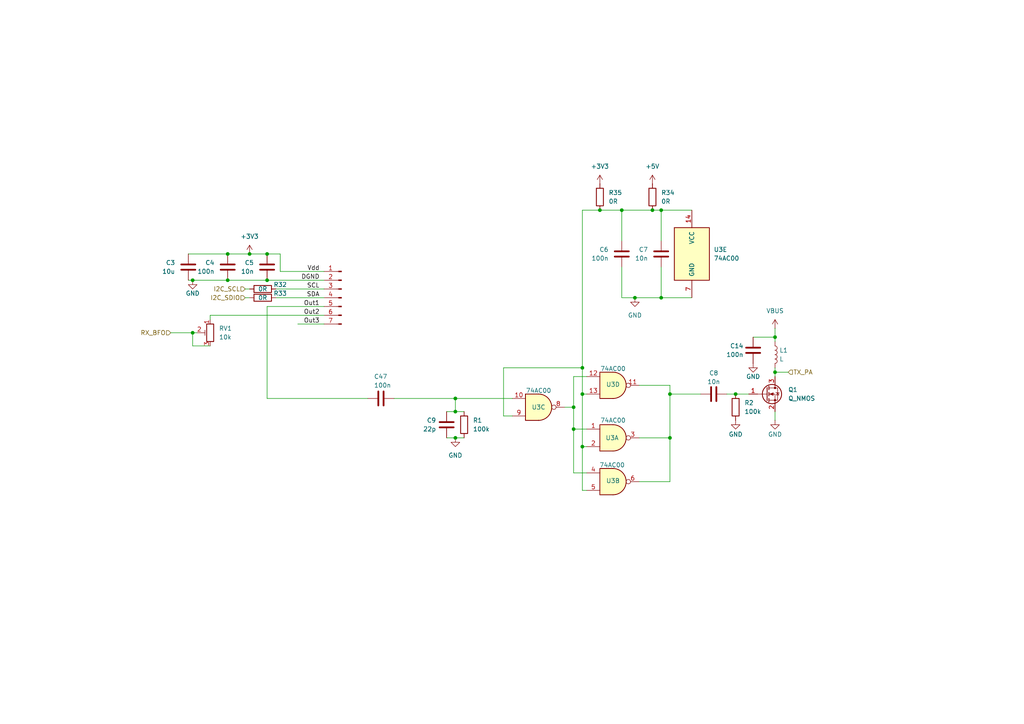
<source format=kicad_sch>
(kicad_sch
	(version 20231120)
	(generator "eeschema")
	(generator_version "8.0")
	(uuid "e8c8b292-9696-4fe7-b291-227c861c07a3")
	(paper "A4")
	(lib_symbols
		(symbol "74xx:74HC00"
			(pin_names
				(offset 1.016)
			)
			(exclude_from_sim no)
			(in_bom yes)
			(on_board yes)
			(property "Reference" "U"
				(at 0 1.27 0)
				(effects
					(font
						(size 1.27 1.27)
					)
				)
			)
			(property "Value" "74HC00"
				(at 0 -1.27 0)
				(effects
					(font
						(size 1.27 1.27)
					)
				)
			)
			(property "Footprint" ""
				(at 0 0 0)
				(effects
					(font
						(size 1.27 1.27)
					)
					(hide yes)
				)
			)
			(property "Datasheet" "http://www.ti.com/lit/gpn/sn74hc00"
				(at 0 0 0)
				(effects
					(font
						(size 1.27 1.27)
					)
					(hide yes)
				)
			)
			(property "Description" "quad 2-input NAND gate"
				(at 0 0 0)
				(effects
					(font
						(size 1.27 1.27)
					)
					(hide yes)
				)
			)
			(property "ki_locked" ""
				(at 0 0 0)
				(effects
					(font
						(size 1.27 1.27)
					)
				)
			)
			(property "ki_keywords" "HCMOS nand 2-input"
				(at 0 0 0)
				(effects
					(font
						(size 1.27 1.27)
					)
					(hide yes)
				)
			)
			(property "ki_fp_filters" "DIP*W7.62mm* SO14*"
				(at 0 0 0)
				(effects
					(font
						(size 1.27 1.27)
					)
					(hide yes)
				)
			)
			(symbol "74HC00_1_1"
				(arc
					(start 0 -3.81)
					(mid 3.7934 0)
					(end 0 3.81)
					(stroke
						(width 0.254)
						(type default)
					)
					(fill
						(type background)
					)
				)
				(polyline
					(pts
						(xy 0 3.81) (xy -3.81 3.81) (xy -3.81 -3.81) (xy 0 -3.81)
					)
					(stroke
						(width 0.254)
						(type default)
					)
					(fill
						(type background)
					)
				)
				(pin input line
					(at -7.62 2.54 0)
					(length 3.81)
					(name "~"
						(effects
							(font
								(size 1.27 1.27)
							)
						)
					)
					(number "1"
						(effects
							(font
								(size 1.27 1.27)
							)
						)
					)
				)
				(pin input line
					(at -7.62 -2.54 0)
					(length 3.81)
					(name "~"
						(effects
							(font
								(size 1.27 1.27)
							)
						)
					)
					(number "2"
						(effects
							(font
								(size 1.27 1.27)
							)
						)
					)
				)
				(pin output inverted
					(at 7.62 0 180)
					(length 3.81)
					(name "~"
						(effects
							(font
								(size 1.27 1.27)
							)
						)
					)
					(number "3"
						(effects
							(font
								(size 1.27 1.27)
							)
						)
					)
				)
			)
			(symbol "74HC00_1_2"
				(arc
					(start -3.81 -3.81)
					(mid -2.589 0)
					(end -3.81 3.81)
					(stroke
						(width 0.254)
						(type default)
					)
					(fill
						(type none)
					)
				)
				(arc
					(start -0.6096 -3.81)
					(mid 2.1842 -2.5851)
					(end 3.81 0)
					(stroke
						(width 0.254)
						(type default)
					)
					(fill
						(type background)
					)
				)
				(polyline
					(pts
						(xy -3.81 -3.81) (xy -0.635 -3.81)
					)
					(stroke
						(width 0.254)
						(type default)
					)
					(fill
						(type background)
					)
				)
				(polyline
					(pts
						(xy -3.81 3.81) (xy -0.635 3.81)
					)
					(stroke
						(width 0.254)
						(type default)
					)
					(fill
						(type background)
					)
				)
				(polyline
					(pts
						(xy -0.635 3.81) (xy -3.81 3.81) (xy -3.81 3.81) (xy -3.556 3.4036) (xy -3.0226 2.2606) (xy -2.6924 1.0414)
						(xy -2.6162 -0.254) (xy -2.7686 -1.4986) (xy -3.175 -2.7178) (xy -3.81 -3.81) (xy -3.81 -3.81)
						(xy -0.635 -3.81)
					)
					(stroke
						(width -25.4)
						(type default)
					)
					(fill
						(type background)
					)
				)
				(arc
					(start 3.81 0)
					(mid 2.1915 2.5936)
					(end -0.6096 3.81)
					(stroke
						(width 0.254)
						(type default)
					)
					(fill
						(type background)
					)
				)
				(pin input inverted
					(at -7.62 2.54 0)
					(length 4.318)
					(name "~"
						(effects
							(font
								(size 1.27 1.27)
							)
						)
					)
					(number "1"
						(effects
							(font
								(size 1.27 1.27)
							)
						)
					)
				)
				(pin input inverted
					(at -7.62 -2.54 0)
					(length 4.318)
					(name "~"
						(effects
							(font
								(size 1.27 1.27)
							)
						)
					)
					(number "2"
						(effects
							(font
								(size 1.27 1.27)
							)
						)
					)
				)
				(pin output line
					(at 7.62 0 180)
					(length 3.81)
					(name "~"
						(effects
							(font
								(size 1.27 1.27)
							)
						)
					)
					(number "3"
						(effects
							(font
								(size 1.27 1.27)
							)
						)
					)
				)
			)
			(symbol "74HC00_2_1"
				(arc
					(start 0 -3.81)
					(mid 3.7934 0)
					(end 0 3.81)
					(stroke
						(width 0.254)
						(type default)
					)
					(fill
						(type background)
					)
				)
				(polyline
					(pts
						(xy 0 3.81) (xy -3.81 3.81) (xy -3.81 -3.81) (xy 0 -3.81)
					)
					(stroke
						(width 0.254)
						(type default)
					)
					(fill
						(type background)
					)
				)
				(pin input line
					(at -7.62 2.54 0)
					(length 3.81)
					(name "~"
						(effects
							(font
								(size 1.27 1.27)
							)
						)
					)
					(number "4"
						(effects
							(font
								(size 1.27 1.27)
							)
						)
					)
				)
				(pin input line
					(at -7.62 -2.54 0)
					(length 3.81)
					(name "~"
						(effects
							(font
								(size 1.27 1.27)
							)
						)
					)
					(number "5"
						(effects
							(font
								(size 1.27 1.27)
							)
						)
					)
				)
				(pin output inverted
					(at 7.62 0 180)
					(length 3.81)
					(name "~"
						(effects
							(font
								(size 1.27 1.27)
							)
						)
					)
					(number "6"
						(effects
							(font
								(size 1.27 1.27)
							)
						)
					)
				)
			)
			(symbol "74HC00_2_2"
				(arc
					(start -3.81 -3.81)
					(mid -2.589 0)
					(end -3.81 3.81)
					(stroke
						(width 0.254)
						(type default)
					)
					(fill
						(type none)
					)
				)
				(arc
					(start -0.6096 -3.81)
					(mid 2.1842 -2.5851)
					(end 3.81 0)
					(stroke
						(width 0.254)
						(type default)
					)
					(fill
						(type background)
					)
				)
				(polyline
					(pts
						(xy -3.81 -3.81) (xy -0.635 -3.81)
					)
					(stroke
						(width 0.254)
						(type default)
					)
					(fill
						(type background)
					)
				)
				(polyline
					(pts
						(xy -3.81 3.81) (xy -0.635 3.81)
					)
					(stroke
						(width 0.254)
						(type default)
					)
					(fill
						(type background)
					)
				)
				(polyline
					(pts
						(xy -0.635 3.81) (xy -3.81 3.81) (xy -3.81 3.81) (xy -3.556 3.4036) (xy -3.0226 2.2606) (xy -2.6924 1.0414)
						(xy -2.6162 -0.254) (xy -2.7686 -1.4986) (xy -3.175 -2.7178) (xy -3.81 -3.81) (xy -3.81 -3.81)
						(xy -0.635 -3.81)
					)
					(stroke
						(width -25.4)
						(type default)
					)
					(fill
						(type background)
					)
				)
				(arc
					(start 3.81 0)
					(mid 2.1915 2.5936)
					(end -0.6096 3.81)
					(stroke
						(width 0.254)
						(type default)
					)
					(fill
						(type background)
					)
				)
				(pin input inverted
					(at -7.62 2.54 0)
					(length 4.318)
					(name "~"
						(effects
							(font
								(size 1.27 1.27)
							)
						)
					)
					(number "4"
						(effects
							(font
								(size 1.27 1.27)
							)
						)
					)
				)
				(pin input inverted
					(at -7.62 -2.54 0)
					(length 4.318)
					(name "~"
						(effects
							(font
								(size 1.27 1.27)
							)
						)
					)
					(number "5"
						(effects
							(font
								(size 1.27 1.27)
							)
						)
					)
				)
				(pin output line
					(at 7.62 0 180)
					(length 3.81)
					(name "~"
						(effects
							(font
								(size 1.27 1.27)
							)
						)
					)
					(number "6"
						(effects
							(font
								(size 1.27 1.27)
							)
						)
					)
				)
			)
			(symbol "74HC00_3_1"
				(arc
					(start 0 -3.81)
					(mid 3.7934 0)
					(end 0 3.81)
					(stroke
						(width 0.254)
						(type default)
					)
					(fill
						(type background)
					)
				)
				(polyline
					(pts
						(xy 0 3.81) (xy -3.81 3.81) (xy -3.81 -3.81) (xy 0 -3.81)
					)
					(stroke
						(width 0.254)
						(type default)
					)
					(fill
						(type background)
					)
				)
				(pin input line
					(at -7.62 -2.54 0)
					(length 3.81)
					(name "~"
						(effects
							(font
								(size 1.27 1.27)
							)
						)
					)
					(number "10"
						(effects
							(font
								(size 1.27 1.27)
							)
						)
					)
				)
				(pin output inverted
					(at 7.62 0 180)
					(length 3.81)
					(name "~"
						(effects
							(font
								(size 1.27 1.27)
							)
						)
					)
					(number "8"
						(effects
							(font
								(size 1.27 1.27)
							)
						)
					)
				)
				(pin input line
					(at -7.62 2.54 0)
					(length 3.81)
					(name "~"
						(effects
							(font
								(size 1.27 1.27)
							)
						)
					)
					(number "9"
						(effects
							(font
								(size 1.27 1.27)
							)
						)
					)
				)
			)
			(symbol "74HC00_3_2"
				(arc
					(start -3.81 -3.81)
					(mid -2.589 0)
					(end -3.81 3.81)
					(stroke
						(width 0.254)
						(type default)
					)
					(fill
						(type none)
					)
				)
				(arc
					(start -0.6096 -3.81)
					(mid 2.1842 -2.5851)
					(end 3.81 0)
					(stroke
						(width 0.254)
						(type default)
					)
					(fill
						(type background)
					)
				)
				(polyline
					(pts
						(xy -3.81 -3.81) (xy -0.635 -3.81)
					)
					(stroke
						(width 0.254)
						(type default)
					)
					(fill
						(type background)
					)
				)
				(polyline
					(pts
						(xy -3.81 3.81) (xy -0.635 3.81)
					)
					(stroke
						(width 0.254)
						(type default)
					)
					(fill
						(type background)
					)
				)
				(polyline
					(pts
						(xy -0.635 3.81) (xy -3.81 3.81) (xy -3.81 3.81) (xy -3.556 3.4036) (xy -3.0226 2.2606) (xy -2.6924 1.0414)
						(xy -2.6162 -0.254) (xy -2.7686 -1.4986) (xy -3.175 -2.7178) (xy -3.81 -3.81) (xy -3.81 -3.81)
						(xy -0.635 -3.81)
					)
					(stroke
						(width -25.4)
						(type default)
					)
					(fill
						(type background)
					)
				)
				(arc
					(start 3.81 0)
					(mid 2.1915 2.5936)
					(end -0.6096 3.81)
					(stroke
						(width 0.254)
						(type default)
					)
					(fill
						(type background)
					)
				)
				(pin input inverted
					(at -7.62 -2.54 0)
					(length 4.318)
					(name "~"
						(effects
							(font
								(size 1.27 1.27)
							)
						)
					)
					(number "10"
						(effects
							(font
								(size 1.27 1.27)
							)
						)
					)
				)
				(pin output line
					(at 7.62 0 180)
					(length 3.81)
					(name "~"
						(effects
							(font
								(size 1.27 1.27)
							)
						)
					)
					(number "8"
						(effects
							(font
								(size 1.27 1.27)
							)
						)
					)
				)
				(pin input inverted
					(at -7.62 2.54 0)
					(length 4.318)
					(name "~"
						(effects
							(font
								(size 1.27 1.27)
							)
						)
					)
					(number "9"
						(effects
							(font
								(size 1.27 1.27)
							)
						)
					)
				)
			)
			(symbol "74HC00_4_1"
				(arc
					(start 0 -3.81)
					(mid 3.7934 0)
					(end 0 3.81)
					(stroke
						(width 0.254)
						(type default)
					)
					(fill
						(type background)
					)
				)
				(polyline
					(pts
						(xy 0 3.81) (xy -3.81 3.81) (xy -3.81 -3.81) (xy 0 -3.81)
					)
					(stroke
						(width 0.254)
						(type default)
					)
					(fill
						(type background)
					)
				)
				(pin output inverted
					(at 7.62 0 180)
					(length 3.81)
					(name "~"
						(effects
							(font
								(size 1.27 1.27)
							)
						)
					)
					(number "11"
						(effects
							(font
								(size 1.27 1.27)
							)
						)
					)
				)
				(pin input line
					(at -7.62 2.54 0)
					(length 3.81)
					(name "~"
						(effects
							(font
								(size 1.27 1.27)
							)
						)
					)
					(number "12"
						(effects
							(font
								(size 1.27 1.27)
							)
						)
					)
				)
				(pin input line
					(at -7.62 -2.54 0)
					(length 3.81)
					(name "~"
						(effects
							(font
								(size 1.27 1.27)
							)
						)
					)
					(number "13"
						(effects
							(font
								(size 1.27 1.27)
							)
						)
					)
				)
			)
			(symbol "74HC00_4_2"
				(arc
					(start -3.81 -3.81)
					(mid -2.589 0)
					(end -3.81 3.81)
					(stroke
						(width 0.254)
						(type default)
					)
					(fill
						(type none)
					)
				)
				(arc
					(start -0.6096 -3.81)
					(mid 2.1842 -2.5851)
					(end 3.81 0)
					(stroke
						(width 0.254)
						(type default)
					)
					(fill
						(type background)
					)
				)
				(polyline
					(pts
						(xy -3.81 -3.81) (xy -0.635 -3.81)
					)
					(stroke
						(width 0.254)
						(type default)
					)
					(fill
						(type background)
					)
				)
				(polyline
					(pts
						(xy -3.81 3.81) (xy -0.635 3.81)
					)
					(stroke
						(width 0.254)
						(type default)
					)
					(fill
						(type background)
					)
				)
				(polyline
					(pts
						(xy -0.635 3.81) (xy -3.81 3.81) (xy -3.81 3.81) (xy -3.556 3.4036) (xy -3.0226 2.2606) (xy -2.6924 1.0414)
						(xy -2.6162 -0.254) (xy -2.7686 -1.4986) (xy -3.175 -2.7178) (xy -3.81 -3.81) (xy -3.81 -3.81)
						(xy -0.635 -3.81)
					)
					(stroke
						(width -25.4)
						(type default)
					)
					(fill
						(type background)
					)
				)
				(arc
					(start 3.81 0)
					(mid 2.1915 2.5936)
					(end -0.6096 3.81)
					(stroke
						(width 0.254)
						(type default)
					)
					(fill
						(type background)
					)
				)
				(pin output line
					(at 7.62 0 180)
					(length 3.81)
					(name "~"
						(effects
							(font
								(size 1.27 1.27)
							)
						)
					)
					(number "11"
						(effects
							(font
								(size 1.27 1.27)
							)
						)
					)
				)
				(pin input inverted
					(at -7.62 2.54 0)
					(length 4.318)
					(name "~"
						(effects
							(font
								(size 1.27 1.27)
							)
						)
					)
					(number "12"
						(effects
							(font
								(size 1.27 1.27)
							)
						)
					)
				)
				(pin input inverted
					(at -7.62 -2.54 0)
					(length 4.318)
					(name "~"
						(effects
							(font
								(size 1.27 1.27)
							)
						)
					)
					(number "13"
						(effects
							(font
								(size 1.27 1.27)
							)
						)
					)
				)
			)
			(symbol "74HC00_5_0"
				(pin power_in line
					(at 0 12.7 270)
					(length 5.08)
					(name "VCC"
						(effects
							(font
								(size 1.27 1.27)
							)
						)
					)
					(number "14"
						(effects
							(font
								(size 1.27 1.27)
							)
						)
					)
				)
				(pin power_in line
					(at 0 -12.7 90)
					(length 5.08)
					(name "GND"
						(effects
							(font
								(size 1.27 1.27)
							)
						)
					)
					(number "7"
						(effects
							(font
								(size 1.27 1.27)
							)
						)
					)
				)
			)
			(symbol "74HC00_5_1"
				(rectangle
					(start -5.08 7.62)
					(end 5.08 -7.62)
					(stroke
						(width 0.254)
						(type default)
					)
					(fill
						(type background)
					)
				)
			)
		)
		(symbol "Connector:Conn_01x07_Pin"
			(pin_names
				(offset 1.016) hide)
			(exclude_from_sim no)
			(in_bom yes)
			(on_board yes)
			(property "Reference" "J"
				(at 0 10.16 0)
				(effects
					(font
						(size 1.27 1.27)
					)
				)
			)
			(property "Value" "Conn_01x07_Pin"
				(at 0 -10.16 0)
				(effects
					(font
						(size 1.27 1.27)
					)
				)
			)
			(property "Footprint" ""
				(at 0 0 0)
				(effects
					(font
						(size 1.27 1.27)
					)
					(hide yes)
				)
			)
			(property "Datasheet" "~"
				(at 0 0 0)
				(effects
					(font
						(size 1.27 1.27)
					)
					(hide yes)
				)
			)
			(property "Description" "Generic connector, single row, 01x07, script generated"
				(at 0 0 0)
				(effects
					(font
						(size 1.27 1.27)
					)
					(hide yes)
				)
			)
			(property "ki_locked" ""
				(at 0 0 0)
				(effects
					(font
						(size 1.27 1.27)
					)
				)
			)
			(property "ki_keywords" "connector"
				(at 0 0 0)
				(effects
					(font
						(size 1.27 1.27)
					)
					(hide yes)
				)
			)
			(property "ki_fp_filters" "Connector*:*_1x??_*"
				(at 0 0 0)
				(effects
					(font
						(size 1.27 1.27)
					)
					(hide yes)
				)
			)
			(symbol "Conn_01x07_Pin_1_1"
				(polyline
					(pts
						(xy 1.27 -7.62) (xy 0.8636 -7.62)
					)
					(stroke
						(width 0.1524)
						(type default)
					)
					(fill
						(type none)
					)
				)
				(polyline
					(pts
						(xy 1.27 -5.08) (xy 0.8636 -5.08)
					)
					(stroke
						(width 0.1524)
						(type default)
					)
					(fill
						(type none)
					)
				)
				(polyline
					(pts
						(xy 1.27 -2.54) (xy 0.8636 -2.54)
					)
					(stroke
						(width 0.1524)
						(type default)
					)
					(fill
						(type none)
					)
				)
				(polyline
					(pts
						(xy 1.27 0) (xy 0.8636 0)
					)
					(stroke
						(width 0.1524)
						(type default)
					)
					(fill
						(type none)
					)
				)
				(polyline
					(pts
						(xy 1.27 2.54) (xy 0.8636 2.54)
					)
					(stroke
						(width 0.1524)
						(type default)
					)
					(fill
						(type none)
					)
				)
				(polyline
					(pts
						(xy 1.27 5.08) (xy 0.8636 5.08)
					)
					(stroke
						(width 0.1524)
						(type default)
					)
					(fill
						(type none)
					)
				)
				(polyline
					(pts
						(xy 1.27 7.62) (xy 0.8636 7.62)
					)
					(stroke
						(width 0.1524)
						(type default)
					)
					(fill
						(type none)
					)
				)
				(rectangle
					(start 0.8636 -7.493)
					(end 0 -7.747)
					(stroke
						(width 0.1524)
						(type default)
					)
					(fill
						(type outline)
					)
				)
				(rectangle
					(start 0.8636 -4.953)
					(end 0 -5.207)
					(stroke
						(width 0.1524)
						(type default)
					)
					(fill
						(type outline)
					)
				)
				(rectangle
					(start 0.8636 -2.413)
					(end 0 -2.667)
					(stroke
						(width 0.1524)
						(type default)
					)
					(fill
						(type outline)
					)
				)
				(rectangle
					(start 0.8636 0.127)
					(end 0 -0.127)
					(stroke
						(width 0.1524)
						(type default)
					)
					(fill
						(type outline)
					)
				)
				(rectangle
					(start 0.8636 2.667)
					(end 0 2.413)
					(stroke
						(width 0.1524)
						(type default)
					)
					(fill
						(type outline)
					)
				)
				(rectangle
					(start 0.8636 5.207)
					(end 0 4.953)
					(stroke
						(width 0.1524)
						(type default)
					)
					(fill
						(type outline)
					)
				)
				(rectangle
					(start 0.8636 7.747)
					(end 0 7.493)
					(stroke
						(width 0.1524)
						(type default)
					)
					(fill
						(type outline)
					)
				)
				(pin passive line
					(at 5.08 7.62 180)
					(length 3.81)
					(name "Pin_1"
						(effects
							(font
								(size 1.27 1.27)
							)
						)
					)
					(number "1"
						(effects
							(font
								(size 1.27 1.27)
							)
						)
					)
				)
				(pin passive line
					(at 5.08 5.08 180)
					(length 3.81)
					(name "Pin_2"
						(effects
							(font
								(size 1.27 1.27)
							)
						)
					)
					(number "2"
						(effects
							(font
								(size 1.27 1.27)
							)
						)
					)
				)
				(pin passive line
					(at 5.08 2.54 180)
					(length 3.81)
					(name "Pin_3"
						(effects
							(font
								(size 1.27 1.27)
							)
						)
					)
					(number "3"
						(effects
							(font
								(size 1.27 1.27)
							)
						)
					)
				)
				(pin passive line
					(at 5.08 0 180)
					(length 3.81)
					(name "Pin_4"
						(effects
							(font
								(size 1.27 1.27)
							)
						)
					)
					(number "4"
						(effects
							(font
								(size 1.27 1.27)
							)
						)
					)
				)
				(pin passive line
					(at 5.08 -2.54 180)
					(length 3.81)
					(name "Pin_5"
						(effects
							(font
								(size 1.27 1.27)
							)
						)
					)
					(number "5"
						(effects
							(font
								(size 1.27 1.27)
							)
						)
					)
				)
				(pin passive line
					(at 5.08 -5.08 180)
					(length 3.81)
					(name "Pin_6"
						(effects
							(font
								(size 1.27 1.27)
							)
						)
					)
					(number "6"
						(effects
							(font
								(size 1.27 1.27)
							)
						)
					)
				)
				(pin passive line
					(at 5.08 -7.62 180)
					(length 3.81)
					(name "Pin_7"
						(effects
							(font
								(size 1.27 1.27)
							)
						)
					)
					(number "7"
						(effects
							(font
								(size 1.27 1.27)
							)
						)
					)
				)
			)
		)
		(symbol "Device:C"
			(pin_numbers hide)
			(pin_names
				(offset 0.254)
			)
			(exclude_from_sim no)
			(in_bom yes)
			(on_board yes)
			(property "Reference" "C"
				(at 0.635 2.54 0)
				(effects
					(font
						(size 1.27 1.27)
					)
					(justify left)
				)
			)
			(property "Value" "C"
				(at 0.635 -2.54 0)
				(effects
					(font
						(size 1.27 1.27)
					)
					(justify left)
				)
			)
			(property "Footprint" ""
				(at 0.9652 -3.81 0)
				(effects
					(font
						(size 1.27 1.27)
					)
					(hide yes)
				)
			)
			(property "Datasheet" "~"
				(at 0 0 0)
				(effects
					(font
						(size 1.27 1.27)
					)
					(hide yes)
				)
			)
			(property "Description" "Unpolarized capacitor"
				(at 0 0 0)
				(effects
					(font
						(size 1.27 1.27)
					)
					(hide yes)
				)
			)
			(property "ki_keywords" "cap capacitor"
				(at 0 0 0)
				(effects
					(font
						(size 1.27 1.27)
					)
					(hide yes)
				)
			)
			(property "ki_fp_filters" "C_*"
				(at 0 0 0)
				(effects
					(font
						(size 1.27 1.27)
					)
					(hide yes)
				)
			)
			(symbol "C_0_1"
				(polyline
					(pts
						(xy -2.032 -0.762) (xy 2.032 -0.762)
					)
					(stroke
						(width 0.508)
						(type default)
					)
					(fill
						(type none)
					)
				)
				(polyline
					(pts
						(xy -2.032 0.762) (xy 2.032 0.762)
					)
					(stroke
						(width 0.508)
						(type default)
					)
					(fill
						(type none)
					)
				)
			)
			(symbol "C_1_1"
				(pin passive line
					(at 0 3.81 270)
					(length 2.794)
					(name "~"
						(effects
							(font
								(size 1.27 1.27)
							)
						)
					)
					(number "1"
						(effects
							(font
								(size 1.27 1.27)
							)
						)
					)
				)
				(pin passive line
					(at 0 -3.81 90)
					(length 2.794)
					(name "~"
						(effects
							(font
								(size 1.27 1.27)
							)
						)
					)
					(number "2"
						(effects
							(font
								(size 1.27 1.27)
							)
						)
					)
				)
			)
		)
		(symbol "Device:L"
			(pin_numbers hide)
			(pin_names
				(offset 1.016) hide)
			(exclude_from_sim no)
			(in_bom yes)
			(on_board yes)
			(property "Reference" "L"
				(at -1.27 0 90)
				(effects
					(font
						(size 1.27 1.27)
					)
				)
			)
			(property "Value" "L"
				(at 1.905 0 90)
				(effects
					(font
						(size 1.27 1.27)
					)
				)
			)
			(property "Footprint" ""
				(at 0 0 0)
				(effects
					(font
						(size 1.27 1.27)
					)
					(hide yes)
				)
			)
			(property "Datasheet" "~"
				(at 0 0 0)
				(effects
					(font
						(size 1.27 1.27)
					)
					(hide yes)
				)
			)
			(property "Description" "Inductor"
				(at 0 0 0)
				(effects
					(font
						(size 1.27 1.27)
					)
					(hide yes)
				)
			)
			(property "ki_keywords" "inductor choke coil reactor magnetic"
				(at 0 0 0)
				(effects
					(font
						(size 1.27 1.27)
					)
					(hide yes)
				)
			)
			(property "ki_fp_filters" "Choke_* *Coil* Inductor_* L_*"
				(at 0 0 0)
				(effects
					(font
						(size 1.27 1.27)
					)
					(hide yes)
				)
			)
			(symbol "L_0_1"
				(arc
					(start 0 -2.54)
					(mid 0.6323 -1.905)
					(end 0 -1.27)
					(stroke
						(width 0)
						(type default)
					)
					(fill
						(type none)
					)
				)
				(arc
					(start 0 -1.27)
					(mid 0.6323 -0.635)
					(end 0 0)
					(stroke
						(width 0)
						(type default)
					)
					(fill
						(type none)
					)
				)
				(arc
					(start 0 0)
					(mid 0.6323 0.635)
					(end 0 1.27)
					(stroke
						(width 0)
						(type default)
					)
					(fill
						(type none)
					)
				)
				(arc
					(start 0 1.27)
					(mid 0.6323 1.905)
					(end 0 2.54)
					(stroke
						(width 0)
						(type default)
					)
					(fill
						(type none)
					)
				)
			)
			(symbol "L_1_1"
				(pin passive line
					(at 0 3.81 270)
					(length 1.27)
					(name "1"
						(effects
							(font
								(size 1.27 1.27)
							)
						)
					)
					(number "1"
						(effects
							(font
								(size 1.27 1.27)
							)
						)
					)
				)
				(pin passive line
					(at 0 -3.81 90)
					(length 1.27)
					(name "2"
						(effects
							(font
								(size 1.27 1.27)
							)
						)
					)
					(number "2"
						(effects
							(font
								(size 1.27 1.27)
							)
						)
					)
				)
			)
		)
		(symbol "Device:Q_NMOS_GSD"
			(pin_names
				(offset 0) hide)
			(exclude_from_sim no)
			(in_bom yes)
			(on_board yes)
			(property "Reference" "Q"
				(at 5.08 1.27 0)
				(effects
					(font
						(size 1.27 1.27)
					)
					(justify left)
				)
			)
			(property "Value" "Q_NMOS_GSD"
				(at 5.08 -1.27 0)
				(effects
					(font
						(size 1.27 1.27)
					)
					(justify left)
				)
			)
			(property "Footprint" ""
				(at 5.08 2.54 0)
				(effects
					(font
						(size 1.27 1.27)
					)
					(hide yes)
				)
			)
			(property "Datasheet" "~"
				(at 0 0 0)
				(effects
					(font
						(size 1.27 1.27)
					)
					(hide yes)
				)
			)
			(property "Description" "N-MOSFET transistor, gate/source/drain"
				(at 0 0 0)
				(effects
					(font
						(size 1.27 1.27)
					)
					(hide yes)
				)
			)
			(property "ki_keywords" "transistor NMOS N-MOS N-MOSFET"
				(at 0 0 0)
				(effects
					(font
						(size 1.27 1.27)
					)
					(hide yes)
				)
			)
			(symbol "Q_NMOS_GSD_0_1"
				(polyline
					(pts
						(xy 0.254 0) (xy -2.54 0)
					)
					(stroke
						(width 0)
						(type default)
					)
					(fill
						(type none)
					)
				)
				(polyline
					(pts
						(xy 0.254 1.905) (xy 0.254 -1.905)
					)
					(stroke
						(width 0.254)
						(type default)
					)
					(fill
						(type none)
					)
				)
				(polyline
					(pts
						(xy 0.762 -1.27) (xy 0.762 -2.286)
					)
					(stroke
						(width 0.254)
						(type default)
					)
					(fill
						(type none)
					)
				)
				(polyline
					(pts
						(xy 0.762 0.508) (xy 0.762 -0.508)
					)
					(stroke
						(width 0.254)
						(type default)
					)
					(fill
						(type none)
					)
				)
				(polyline
					(pts
						(xy 0.762 2.286) (xy 0.762 1.27)
					)
					(stroke
						(width 0.254)
						(type default)
					)
					(fill
						(type none)
					)
				)
				(polyline
					(pts
						(xy 2.54 2.54) (xy 2.54 1.778)
					)
					(stroke
						(width 0)
						(type default)
					)
					(fill
						(type none)
					)
				)
				(polyline
					(pts
						(xy 2.54 -2.54) (xy 2.54 0) (xy 0.762 0)
					)
					(stroke
						(width 0)
						(type default)
					)
					(fill
						(type none)
					)
				)
				(polyline
					(pts
						(xy 0.762 -1.778) (xy 3.302 -1.778) (xy 3.302 1.778) (xy 0.762 1.778)
					)
					(stroke
						(width 0)
						(type default)
					)
					(fill
						(type none)
					)
				)
				(polyline
					(pts
						(xy 1.016 0) (xy 2.032 0.381) (xy 2.032 -0.381) (xy 1.016 0)
					)
					(stroke
						(width 0)
						(type default)
					)
					(fill
						(type outline)
					)
				)
				(polyline
					(pts
						(xy 2.794 0.508) (xy 2.921 0.381) (xy 3.683 0.381) (xy 3.81 0.254)
					)
					(stroke
						(width 0)
						(type default)
					)
					(fill
						(type none)
					)
				)
				(polyline
					(pts
						(xy 3.302 0.381) (xy 2.921 -0.254) (xy 3.683 -0.254) (xy 3.302 0.381)
					)
					(stroke
						(width 0)
						(type default)
					)
					(fill
						(type none)
					)
				)
				(circle
					(center 1.651 0)
					(radius 2.794)
					(stroke
						(width 0.254)
						(type default)
					)
					(fill
						(type none)
					)
				)
				(circle
					(center 2.54 -1.778)
					(radius 0.254)
					(stroke
						(width 0)
						(type default)
					)
					(fill
						(type outline)
					)
				)
				(circle
					(center 2.54 1.778)
					(radius 0.254)
					(stroke
						(width 0)
						(type default)
					)
					(fill
						(type outline)
					)
				)
			)
			(symbol "Q_NMOS_GSD_1_1"
				(pin input line
					(at -5.08 0 0)
					(length 2.54)
					(name "G"
						(effects
							(font
								(size 1.27 1.27)
							)
						)
					)
					(number "1"
						(effects
							(font
								(size 1.27 1.27)
							)
						)
					)
				)
				(pin passive line
					(at 2.54 -5.08 90)
					(length 2.54)
					(name "S"
						(effects
							(font
								(size 1.27 1.27)
							)
						)
					)
					(number "2"
						(effects
							(font
								(size 1.27 1.27)
							)
						)
					)
				)
				(pin passive line
					(at 2.54 5.08 270)
					(length 2.54)
					(name "D"
						(effects
							(font
								(size 1.27 1.27)
							)
						)
					)
					(number "3"
						(effects
							(font
								(size 1.27 1.27)
							)
						)
					)
				)
			)
		)
		(symbol "Device:R"
			(pin_numbers hide)
			(pin_names
				(offset 0)
			)
			(exclude_from_sim no)
			(in_bom yes)
			(on_board yes)
			(property "Reference" "R"
				(at 2.032 0 90)
				(effects
					(font
						(size 1.27 1.27)
					)
				)
			)
			(property "Value" "R"
				(at 0 0 90)
				(effects
					(font
						(size 1.27 1.27)
					)
				)
			)
			(property "Footprint" ""
				(at -1.778 0 90)
				(effects
					(font
						(size 1.27 1.27)
					)
					(hide yes)
				)
			)
			(property "Datasheet" "~"
				(at 0 0 0)
				(effects
					(font
						(size 1.27 1.27)
					)
					(hide yes)
				)
			)
			(property "Description" "Resistor"
				(at 0 0 0)
				(effects
					(font
						(size 1.27 1.27)
					)
					(hide yes)
				)
			)
			(property "ki_keywords" "R res resistor"
				(at 0 0 0)
				(effects
					(font
						(size 1.27 1.27)
					)
					(hide yes)
				)
			)
			(property "ki_fp_filters" "R_*"
				(at 0 0 0)
				(effects
					(font
						(size 1.27 1.27)
					)
					(hide yes)
				)
			)
			(symbol "R_0_1"
				(rectangle
					(start -1.016 -2.54)
					(end 1.016 2.54)
					(stroke
						(width 0.254)
						(type default)
					)
					(fill
						(type none)
					)
				)
			)
			(symbol "R_1_1"
				(pin passive line
					(at 0 3.81 270)
					(length 1.27)
					(name "~"
						(effects
							(font
								(size 1.27 1.27)
							)
						)
					)
					(number "1"
						(effects
							(font
								(size 1.27 1.27)
							)
						)
					)
				)
				(pin passive line
					(at 0 -3.81 90)
					(length 1.27)
					(name "~"
						(effects
							(font
								(size 1.27 1.27)
							)
						)
					)
					(number "2"
						(effects
							(font
								(size 1.27 1.27)
							)
						)
					)
				)
			)
		)
		(symbol "Device:R_Potentiometer_Trim"
			(pin_names
				(offset 1.016) hide)
			(exclude_from_sim no)
			(in_bom yes)
			(on_board yes)
			(property "Reference" "RV"
				(at -4.445 0 90)
				(effects
					(font
						(size 1.27 1.27)
					)
				)
			)
			(property "Value" "R_Potentiometer_Trim"
				(at -2.54 0 90)
				(effects
					(font
						(size 1.27 1.27)
					)
				)
			)
			(property "Footprint" ""
				(at 0 0 0)
				(effects
					(font
						(size 1.27 1.27)
					)
					(hide yes)
				)
			)
			(property "Datasheet" "~"
				(at 0 0 0)
				(effects
					(font
						(size 1.27 1.27)
					)
					(hide yes)
				)
			)
			(property "Description" "Trim-potentiometer"
				(at 0 0 0)
				(effects
					(font
						(size 1.27 1.27)
					)
					(hide yes)
				)
			)
			(property "ki_keywords" "resistor variable trimpot trimmer"
				(at 0 0 0)
				(effects
					(font
						(size 1.27 1.27)
					)
					(hide yes)
				)
			)
			(property "ki_fp_filters" "Potentiometer*"
				(at 0 0 0)
				(effects
					(font
						(size 1.27 1.27)
					)
					(hide yes)
				)
			)
			(symbol "R_Potentiometer_Trim_0_1"
				(polyline
					(pts
						(xy 1.524 0.762) (xy 1.524 -0.762)
					)
					(stroke
						(width 0)
						(type default)
					)
					(fill
						(type none)
					)
				)
				(polyline
					(pts
						(xy 2.54 0) (xy 1.524 0)
					)
					(stroke
						(width 0)
						(type default)
					)
					(fill
						(type none)
					)
				)
				(rectangle
					(start 1.016 2.54)
					(end -1.016 -2.54)
					(stroke
						(width 0.254)
						(type default)
					)
					(fill
						(type none)
					)
				)
			)
			(symbol "R_Potentiometer_Trim_1_1"
				(pin passive line
					(at 0 3.81 270)
					(length 1.27)
					(name "1"
						(effects
							(font
								(size 1.27 1.27)
							)
						)
					)
					(number "1"
						(effects
							(font
								(size 1.27 1.27)
							)
						)
					)
				)
				(pin passive line
					(at 3.81 0 180)
					(length 1.27)
					(name "2"
						(effects
							(font
								(size 1.27 1.27)
							)
						)
					)
					(number "2"
						(effects
							(font
								(size 1.27 1.27)
							)
						)
					)
				)
				(pin passive line
					(at 0 -3.81 90)
					(length 1.27)
					(name "3"
						(effects
							(font
								(size 1.27 1.27)
							)
						)
					)
					(number "3"
						(effects
							(font
								(size 1.27 1.27)
							)
						)
					)
				)
			)
		)
		(symbol "power:+3V3"
			(power)
			(pin_numbers hide)
			(pin_names
				(offset 0) hide)
			(exclude_from_sim no)
			(in_bom yes)
			(on_board yes)
			(property "Reference" "#PWR"
				(at 0 -3.81 0)
				(effects
					(font
						(size 1.27 1.27)
					)
					(hide yes)
				)
			)
			(property "Value" "+3V3"
				(at 0 3.556 0)
				(effects
					(font
						(size 1.27 1.27)
					)
				)
			)
			(property "Footprint" ""
				(at 0 0 0)
				(effects
					(font
						(size 1.27 1.27)
					)
					(hide yes)
				)
			)
			(property "Datasheet" ""
				(at 0 0 0)
				(effects
					(font
						(size 1.27 1.27)
					)
					(hide yes)
				)
			)
			(property "Description" "Power symbol creates a global label with name \"+3V3\""
				(at 0 0 0)
				(effects
					(font
						(size 1.27 1.27)
					)
					(hide yes)
				)
			)
			(property "ki_keywords" "global power"
				(at 0 0 0)
				(effects
					(font
						(size 1.27 1.27)
					)
					(hide yes)
				)
			)
			(symbol "+3V3_0_1"
				(polyline
					(pts
						(xy -0.762 1.27) (xy 0 2.54)
					)
					(stroke
						(width 0)
						(type default)
					)
					(fill
						(type none)
					)
				)
				(polyline
					(pts
						(xy 0 0) (xy 0 2.54)
					)
					(stroke
						(width 0)
						(type default)
					)
					(fill
						(type none)
					)
				)
				(polyline
					(pts
						(xy 0 2.54) (xy 0.762 1.27)
					)
					(stroke
						(width 0)
						(type default)
					)
					(fill
						(type none)
					)
				)
			)
			(symbol "+3V3_1_1"
				(pin power_in line
					(at 0 0 90)
					(length 0)
					(name "~"
						(effects
							(font
								(size 1.27 1.27)
							)
						)
					)
					(number "1"
						(effects
							(font
								(size 1.27 1.27)
							)
						)
					)
				)
			)
		)
		(symbol "power:+5V"
			(power)
			(pin_numbers hide)
			(pin_names
				(offset 0) hide)
			(exclude_from_sim no)
			(in_bom yes)
			(on_board yes)
			(property "Reference" "#PWR"
				(at 0 -3.81 0)
				(effects
					(font
						(size 1.27 1.27)
					)
					(hide yes)
				)
			)
			(property "Value" "+5V"
				(at 0 3.556 0)
				(effects
					(font
						(size 1.27 1.27)
					)
				)
			)
			(property "Footprint" ""
				(at 0 0 0)
				(effects
					(font
						(size 1.27 1.27)
					)
					(hide yes)
				)
			)
			(property "Datasheet" ""
				(at 0 0 0)
				(effects
					(font
						(size 1.27 1.27)
					)
					(hide yes)
				)
			)
			(property "Description" "Power symbol creates a global label with name \"+5V\""
				(at 0 0 0)
				(effects
					(font
						(size 1.27 1.27)
					)
					(hide yes)
				)
			)
			(property "ki_keywords" "global power"
				(at 0 0 0)
				(effects
					(font
						(size 1.27 1.27)
					)
					(hide yes)
				)
			)
			(symbol "+5V_0_1"
				(polyline
					(pts
						(xy -0.762 1.27) (xy 0 2.54)
					)
					(stroke
						(width 0)
						(type default)
					)
					(fill
						(type none)
					)
				)
				(polyline
					(pts
						(xy 0 0) (xy 0 2.54)
					)
					(stroke
						(width 0)
						(type default)
					)
					(fill
						(type none)
					)
				)
				(polyline
					(pts
						(xy 0 2.54) (xy 0.762 1.27)
					)
					(stroke
						(width 0)
						(type default)
					)
					(fill
						(type none)
					)
				)
			)
			(symbol "+5V_1_1"
				(pin power_in line
					(at 0 0 90)
					(length 0)
					(name "~"
						(effects
							(font
								(size 1.27 1.27)
							)
						)
					)
					(number "1"
						(effects
							(font
								(size 1.27 1.27)
							)
						)
					)
				)
			)
		)
		(symbol "power:GND1"
			(power)
			(pin_numbers hide)
			(pin_names
				(offset 0) hide)
			(exclude_from_sim no)
			(in_bom yes)
			(on_board yes)
			(property "Reference" "#PWR"
				(at 0 -6.35 0)
				(effects
					(font
						(size 1.27 1.27)
					)
					(hide yes)
				)
			)
			(property "Value" "GND1"
				(at 0 -3.81 0)
				(effects
					(font
						(size 1.27 1.27)
					)
				)
			)
			(property "Footprint" ""
				(at 0 0 0)
				(effects
					(font
						(size 1.27 1.27)
					)
					(hide yes)
				)
			)
			(property "Datasheet" ""
				(at 0 0 0)
				(effects
					(font
						(size 1.27 1.27)
					)
					(hide yes)
				)
			)
			(property "Description" "Power symbol creates a global label with name \"GND1\" , ground"
				(at 0 0 0)
				(effects
					(font
						(size 1.27 1.27)
					)
					(hide yes)
				)
			)
			(property "ki_keywords" "global power"
				(at 0 0 0)
				(effects
					(font
						(size 1.27 1.27)
					)
					(hide yes)
				)
			)
			(symbol "GND1_0_1"
				(polyline
					(pts
						(xy 0 0) (xy 0 -1.27) (xy 1.27 -1.27) (xy 0 -2.54) (xy -1.27 -1.27) (xy 0 -1.27)
					)
					(stroke
						(width 0)
						(type default)
					)
					(fill
						(type none)
					)
				)
			)
			(symbol "GND1_1_1"
				(pin power_in line
					(at 0 0 270)
					(length 0)
					(name "~"
						(effects
							(font
								(size 1.27 1.27)
							)
						)
					)
					(number "1"
						(effects
							(font
								(size 1.27 1.27)
							)
						)
					)
				)
			)
		)
		(symbol "power:VBUS"
			(power)
			(pin_numbers hide)
			(pin_names
				(offset 0) hide)
			(exclude_from_sim no)
			(in_bom yes)
			(on_board yes)
			(property "Reference" "#PWR"
				(at 0 -3.81 0)
				(effects
					(font
						(size 1.27 1.27)
					)
					(hide yes)
				)
			)
			(property "Value" "VBUS"
				(at 0 3.556 0)
				(effects
					(font
						(size 1.27 1.27)
					)
				)
			)
			(property "Footprint" ""
				(at 0 0 0)
				(effects
					(font
						(size 1.27 1.27)
					)
					(hide yes)
				)
			)
			(property "Datasheet" ""
				(at 0 0 0)
				(effects
					(font
						(size 1.27 1.27)
					)
					(hide yes)
				)
			)
			(property "Description" "Power symbol creates a global label with name \"VBUS\""
				(at 0 0 0)
				(effects
					(font
						(size 1.27 1.27)
					)
					(hide yes)
				)
			)
			(property "ki_keywords" "global power"
				(at 0 0 0)
				(effects
					(font
						(size 1.27 1.27)
					)
					(hide yes)
				)
			)
			(symbol "VBUS_0_1"
				(polyline
					(pts
						(xy -0.762 1.27) (xy 0 2.54)
					)
					(stroke
						(width 0)
						(type default)
					)
					(fill
						(type none)
					)
				)
				(polyline
					(pts
						(xy 0 0) (xy 0 2.54)
					)
					(stroke
						(width 0)
						(type default)
					)
					(fill
						(type none)
					)
				)
				(polyline
					(pts
						(xy 0 2.54) (xy 0.762 1.27)
					)
					(stroke
						(width 0)
						(type default)
					)
					(fill
						(type none)
					)
				)
			)
			(symbol "VBUS_1_1"
				(pin power_in line
					(at 0 0 90)
					(length 0)
					(name "~"
						(effects
							(font
								(size 1.27 1.27)
							)
						)
					)
					(number "1"
						(effects
							(font
								(size 1.27 1.27)
							)
						)
					)
				)
			)
		)
	)
	(junction
		(at 72.39 73.66)
		(diameter 0)
		(color 0 0 0 0)
		(uuid "02775773-801e-4183-983b-57a3a0b04864")
	)
	(junction
		(at 189.23 60.96)
		(diameter 0)
		(color 0 0 0 0)
		(uuid "0a05346a-49dc-492d-b07f-26fd4ddca264")
	)
	(junction
		(at 191.77 86.36)
		(diameter 0)
		(color 0 0 0 0)
		(uuid "10d68983-b29c-463b-9263-a7f8695fc256")
	)
	(junction
		(at 77.47 73.66)
		(diameter 0)
		(color 0 0 0 0)
		(uuid "1141509d-8afd-4654-8e7f-b99f2307adb1")
	)
	(junction
		(at 224.79 97.79)
		(diameter 0)
		(color 0 0 0 0)
		(uuid "17d247b8-8070-496f-89bf-c32fc8b7ffc7")
	)
	(junction
		(at 168.91 114.3)
		(diameter 0)
		(color 0 0 0 0)
		(uuid "18461da4-5279-492b-9d97-5cc156223179")
	)
	(junction
		(at 194.31 127)
		(diameter 0)
		(color 0 0 0 0)
		(uuid "1b1ec8a7-dd87-4633-9cc3-ed76d802fc51")
	)
	(junction
		(at 132.08 127)
		(diameter 0)
		(color 0 0 0 0)
		(uuid "1d719a90-3418-417b-8635-d803cb278a4b")
	)
	(junction
		(at 166.37 124.46)
		(diameter 0)
		(color 0 0 0 0)
		(uuid "1f9e5cc2-c222-48eb-a894-fd864424c511")
	)
	(junction
		(at 224.79 107.95)
		(diameter 0)
		(color 0 0 0 0)
		(uuid "3b58a211-3656-42c4-9bb2-85a5e1654404")
	)
	(junction
		(at 166.37 118.11)
		(diameter 0)
		(color 0 0 0 0)
		(uuid "519ac2a7-03c1-4e55-a4ca-e76db7d479cf")
	)
	(junction
		(at 184.15 86.36)
		(diameter 0)
		(color 0 0 0 0)
		(uuid "59074b8f-f165-4f85-8e66-e3b1432a15bb")
	)
	(junction
		(at 213.36 114.3)
		(diameter 0)
		(color 0 0 0 0)
		(uuid "590e0a4a-9f0d-43da-a5f0-051a63398e68")
	)
	(junction
		(at 173.99 60.96)
		(diameter 0)
		(color 0 0 0 0)
		(uuid "5f69cb5e-0c81-4ecf-a796-b66f545009dd")
	)
	(junction
		(at 66.04 73.66)
		(diameter 0)
		(color 0 0 0 0)
		(uuid "73065376-5408-4f85-acad-370b741600b4")
	)
	(junction
		(at 180.34 60.96)
		(diameter 0)
		(color 0 0 0 0)
		(uuid "7f0eb551-111d-41bb-a14c-9bbab4e37acb")
	)
	(junction
		(at 191.77 60.96)
		(diameter 0)
		(color 0 0 0 0)
		(uuid "820c4cb7-90b6-4091-981e-2f77d0be9eca")
	)
	(junction
		(at 55.88 96.52)
		(diameter 0)
		(color 0 0 0 0)
		(uuid "882287dd-3540-4b5e-9eea-17f29903743b")
	)
	(junction
		(at 66.04 81.28)
		(diameter 0)
		(color 0 0 0 0)
		(uuid "9b82722c-a84f-4e42-80c2-841a11ebbebe")
	)
	(junction
		(at 55.88 81.28)
		(diameter 0)
		(color 0 0 0 0)
		(uuid "9d59efc2-0740-44e8-ac5d-377eb8e75ad4")
	)
	(junction
		(at 132.08 119.38)
		(diameter 0)
		(color 0 0 0 0)
		(uuid "9fa97acf-79d5-42f9-a8b1-c9484fa37c06")
	)
	(junction
		(at 194.31 114.3)
		(diameter 0)
		(color 0 0 0 0)
		(uuid "b044f3d5-57f0-45ac-8004-bd6f055162c2")
	)
	(junction
		(at 77.47 81.28)
		(diameter 0)
		(color 0 0 0 0)
		(uuid "b307ef69-4ea5-43eb-b7f2-66cd46b27518")
	)
	(junction
		(at 168.91 106.68)
		(diameter 0)
		(color 0 0 0 0)
		(uuid "bc6f4c79-0628-4b19-bcce-a1a53803e94e")
	)
	(junction
		(at 168.91 129.54)
		(diameter 0)
		(color 0 0 0 0)
		(uuid "cfd4fca9-869c-4276-be63-dbd6a04c9256")
	)
	(junction
		(at 132.08 115.57)
		(diameter 0)
		(color 0 0 0 0)
		(uuid "ff001c0a-481d-4c2f-8626-39b1e1d4b119")
	)
	(wire
		(pts
			(xy 180.34 77.47) (xy 180.34 86.36)
		)
		(stroke
			(width 0)
			(type default)
		)
		(uuid "0269156a-7b67-40bc-a03f-5f4e2a762233")
	)
	(wire
		(pts
			(xy 132.08 127) (xy 134.62 127)
		)
		(stroke
			(width 0)
			(type default)
		)
		(uuid "04fc4092-f289-4286-bcd8-41300add9cf9")
	)
	(wire
		(pts
			(xy 55.88 81.28) (xy 66.04 81.28)
		)
		(stroke
			(width 0)
			(type default)
		)
		(uuid "08a817c4-94c7-45f6-876c-ff4824955aea")
	)
	(wire
		(pts
			(xy 55.88 81.28) (xy 54.61 81.28)
		)
		(stroke
			(width 0)
			(type default)
		)
		(uuid "15fe066f-4c74-482d-b6c3-842e2f51beae")
	)
	(wire
		(pts
			(xy 77.47 81.28) (xy 66.04 81.28)
		)
		(stroke
			(width 0)
			(type default)
		)
		(uuid "1a757437-3481-4590-9fe2-fe62410ad074")
	)
	(wire
		(pts
			(xy 66.04 73.66) (xy 54.61 73.66)
		)
		(stroke
			(width 0)
			(type default)
		)
		(uuid "1ab8a113-33c3-45a4-9d4c-80ecd12c2094")
	)
	(wire
		(pts
			(xy 224.79 107.95) (xy 224.79 109.22)
		)
		(stroke
			(width 0)
			(type default)
		)
		(uuid "1baaa1bb-ff2b-4f7a-a8a6-90fdb394a623")
	)
	(wire
		(pts
			(xy 210.82 114.3) (xy 213.36 114.3)
		)
		(stroke
			(width 0)
			(type default)
		)
		(uuid "1bfdcad9-7152-47b5-940e-9587cdb4f1fd")
	)
	(wire
		(pts
			(xy 81.28 73.66) (xy 77.47 73.66)
		)
		(stroke
			(width 0)
			(type default)
		)
		(uuid "1c3e5417-5af5-4154-8b08-598927bd0ce8")
	)
	(wire
		(pts
			(xy 132.08 115.57) (xy 132.08 119.38)
		)
		(stroke
			(width 0)
			(type default)
		)
		(uuid "21979909-55c0-4801-b09b-cb51dada8d73")
	)
	(wire
		(pts
			(xy 173.99 60.96) (xy 180.34 60.96)
		)
		(stroke
			(width 0)
			(type default)
		)
		(uuid "21e62735-6e84-41a9-a55b-855ea2ee1808")
	)
	(wire
		(pts
			(xy 191.77 77.47) (xy 191.77 86.36)
		)
		(stroke
			(width 0)
			(type default)
		)
		(uuid "26d96d8c-8647-436d-85bf-c9dc5b0318cf")
	)
	(wire
		(pts
			(xy 185.42 139.7) (xy 194.31 139.7)
		)
		(stroke
			(width 0)
			(type default)
		)
		(uuid "29358a8a-8c33-47ef-be3a-b0c70ee01980")
	)
	(wire
		(pts
			(xy 146.05 106.68) (xy 168.91 106.68)
		)
		(stroke
			(width 0)
			(type default)
		)
		(uuid "2bedc867-1ba7-4bd2-a8fe-c9b8928df660")
	)
	(wire
		(pts
			(xy 170.18 109.22) (xy 166.37 109.22)
		)
		(stroke
			(width 0)
			(type default)
		)
		(uuid "2db4f5cf-3c70-4e3c-af74-ae811865dc97")
	)
	(wire
		(pts
			(xy 189.23 60.96) (xy 191.77 60.96)
		)
		(stroke
			(width 0)
			(type default)
		)
		(uuid "2e251a79-93b3-4645-8afa-119678be66b9")
	)
	(wire
		(pts
			(xy 77.47 115.57) (xy 106.68 115.57)
		)
		(stroke
			(width 0)
			(type default)
		)
		(uuid "2ff97575-ec3c-4355-968b-0efff2458948")
	)
	(wire
		(pts
			(xy 163.83 118.11) (xy 166.37 118.11)
		)
		(stroke
			(width 0)
			(type default)
		)
		(uuid "37ad0dc9-8a3f-44a4-8bde-440292052da8")
	)
	(wire
		(pts
			(xy 194.31 114.3) (xy 203.2 114.3)
		)
		(stroke
			(width 0)
			(type default)
		)
		(uuid "40472bf6-c7b1-494c-a443-35881b241b48")
	)
	(wire
		(pts
			(xy 129.54 119.38) (xy 132.08 119.38)
		)
		(stroke
			(width 0)
			(type default)
		)
		(uuid "4083fbb6-9f1c-46ea-9b05-c974f44495eb")
	)
	(wire
		(pts
			(xy 93.98 91.44) (xy 60.96 91.44)
		)
		(stroke
			(width 0)
			(type default)
		)
		(uuid "4876216e-90f9-4a08-bd67-2194a74b1f4d")
	)
	(wire
		(pts
			(xy 60.96 91.44) (xy 60.96 92.71)
		)
		(stroke
			(width 0)
			(type default)
		)
		(uuid "52418ff5-54b5-4bf7-a710-2a2d11ef5f14")
	)
	(wire
		(pts
			(xy 180.34 69.85) (xy 180.34 60.96)
		)
		(stroke
			(width 0)
			(type default)
		)
		(uuid "53e4d0c9-e823-4ee7-a4e6-103d57a675ca")
	)
	(wire
		(pts
			(xy 224.79 107.95) (xy 228.6 107.95)
		)
		(stroke
			(width 0)
			(type default)
		)
		(uuid "57737dfc-bbfc-4d87-91f1-3499c587add9")
	)
	(wire
		(pts
			(xy 77.47 88.9) (xy 77.47 115.57)
		)
		(stroke
			(width 0)
			(type default)
		)
		(uuid "5a18a88d-e8d1-4e20-baf1-bba223bb5b6b")
	)
	(wire
		(pts
			(xy 72.39 73.66) (xy 66.04 73.66)
		)
		(stroke
			(width 0)
			(type default)
		)
		(uuid "5a80300b-f50a-417a-a2a1-e272fde80ef1")
	)
	(wire
		(pts
			(xy 81.28 78.74) (xy 81.28 73.66)
		)
		(stroke
			(width 0)
			(type default)
		)
		(uuid "5e46b1d7-9492-4865-bace-a4a7e1c9bb05")
	)
	(wire
		(pts
			(xy 168.91 142.24) (xy 170.18 142.24)
		)
		(stroke
			(width 0)
			(type default)
		)
		(uuid "6559eef7-cf81-499c-9ac8-43def9cd1bb5")
	)
	(wire
		(pts
			(xy 166.37 109.22) (xy 166.37 118.11)
		)
		(stroke
			(width 0)
			(type default)
		)
		(uuid "695129b1-b554-4382-8371-be9be081588f")
	)
	(wire
		(pts
			(xy 93.98 81.28) (xy 77.47 81.28)
		)
		(stroke
			(width 0)
			(type default)
		)
		(uuid "6a1bd702-9a7d-4ad0-97c6-83d077394072")
	)
	(wire
		(pts
			(xy 191.77 60.96) (xy 191.77 69.85)
		)
		(stroke
			(width 0)
			(type default)
		)
		(uuid "6aa90c8b-1a9d-4af0-9136-efdc3e2c921c")
	)
	(wire
		(pts
			(xy 224.79 106.68) (xy 224.79 107.95)
		)
		(stroke
			(width 0)
			(type default)
		)
		(uuid "6b1637f6-bafa-40a7-a42b-8299ccf45014")
	)
	(wire
		(pts
			(xy 194.31 127) (xy 185.42 127)
		)
		(stroke
			(width 0)
			(type default)
		)
		(uuid "6c835709-96c2-4fa7-b2f8-8c721daf10b8")
	)
	(wire
		(pts
			(xy 170.18 114.3) (xy 168.91 114.3)
		)
		(stroke
			(width 0)
			(type default)
		)
		(uuid "6d305ae4-5f44-4992-83f9-b0db087232bb")
	)
	(wire
		(pts
			(xy 224.79 97.79) (xy 224.79 99.06)
		)
		(stroke
			(width 0)
			(type default)
		)
		(uuid "7a2faf8f-8299-48a1-96ad-9b6d7715a411")
	)
	(wire
		(pts
			(xy 55.88 96.52) (xy 49.53 96.52)
		)
		(stroke
			(width 0)
			(type default)
		)
		(uuid "7b08a2de-5764-44f0-862a-5577e8adf9fa")
	)
	(wire
		(pts
			(xy 93.98 78.74) (xy 81.28 78.74)
		)
		(stroke
			(width 0)
			(type default)
		)
		(uuid "7c6b1801-14f9-482a-a79d-51aff63ea6b9")
	)
	(wire
		(pts
			(xy 71.12 83.82) (xy 72.39 83.82)
		)
		(stroke
			(width 0)
			(type default)
		)
		(uuid "82d89bce-b2c8-4d68-a49e-0ac8630a450c")
	)
	(wire
		(pts
			(xy 191.77 86.36) (xy 200.66 86.36)
		)
		(stroke
			(width 0)
			(type default)
		)
		(uuid "87060806-94b8-47cf-9db6-91232133b5a1")
	)
	(wire
		(pts
			(xy 168.91 60.96) (xy 173.99 60.96)
		)
		(stroke
			(width 0)
			(type default)
		)
		(uuid "8b7b1868-d522-4c10-9372-aadf60df86f0")
	)
	(wire
		(pts
			(xy 80.01 83.82) (xy 93.98 83.82)
		)
		(stroke
			(width 0)
			(type default)
		)
		(uuid "8c7420c2-03d2-4c72-a108-91f9ac039748")
	)
	(wire
		(pts
			(xy 114.3 115.57) (xy 132.08 115.57)
		)
		(stroke
			(width 0)
			(type default)
		)
		(uuid "8e5f9537-f4ff-45bf-8b31-8d80d2802805")
	)
	(wire
		(pts
			(xy 80.01 86.36) (xy 93.98 86.36)
		)
		(stroke
			(width 0)
			(type default)
		)
		(uuid "9251db2c-5bd6-404f-a5ae-8e360ba8a275")
	)
	(wire
		(pts
			(xy 194.31 114.3) (xy 194.31 127)
		)
		(stroke
			(width 0)
			(type default)
		)
		(uuid "9273f030-66d6-42f1-ba4c-f654c493190e")
	)
	(wire
		(pts
			(xy 166.37 137.16) (xy 170.18 137.16)
		)
		(stroke
			(width 0)
			(type default)
		)
		(uuid "939f5d2b-d0f7-452b-a6d8-0005569f83dc")
	)
	(wire
		(pts
			(xy 93.98 88.9) (xy 77.47 88.9)
		)
		(stroke
			(width 0)
			(type default)
		)
		(uuid "94a62457-2bdb-4cb6-aec7-4c7ec501ff4d")
	)
	(wire
		(pts
			(xy 168.91 129.54) (xy 168.91 142.24)
		)
		(stroke
			(width 0)
			(type default)
		)
		(uuid "9a63afbe-d489-4e0c-bb0b-d3c5fd3b42c7")
	)
	(wire
		(pts
			(xy 146.05 120.65) (xy 146.05 106.68)
		)
		(stroke
			(width 0)
			(type default)
		)
		(uuid "9bdb29af-2ddd-4966-b467-814fa0f23854")
	)
	(wire
		(pts
			(xy 224.79 121.92) (xy 224.79 119.38)
		)
		(stroke
			(width 0)
			(type default)
		)
		(uuid "a462e29a-8163-4ebf-9465-d8ef9cbfa276")
	)
	(wire
		(pts
			(xy 129.54 127) (xy 132.08 127)
		)
		(stroke
			(width 0)
			(type default)
		)
		(uuid "a4af117a-4ecd-47e3-b774-d379e3bd7bac")
	)
	(wire
		(pts
			(xy 184.15 86.36) (xy 191.77 86.36)
		)
		(stroke
			(width 0)
			(type default)
		)
		(uuid "a530cc53-7018-4beb-90ca-213875026c0a")
	)
	(wire
		(pts
			(xy 180.34 86.36) (xy 184.15 86.36)
		)
		(stroke
			(width 0)
			(type default)
		)
		(uuid "a6ee2767-b39d-4c66-ae08-cc87dc6ac152")
	)
	(wire
		(pts
			(xy 168.91 129.54) (xy 170.18 129.54)
		)
		(stroke
			(width 0)
			(type default)
		)
		(uuid "a9b5748c-624f-43a9-98aa-da97ecec5e3d")
	)
	(wire
		(pts
			(xy 194.31 111.76) (xy 194.31 114.3)
		)
		(stroke
			(width 0)
			(type default)
		)
		(uuid "abed52fc-7be5-435a-bfff-c03b06930b3e")
	)
	(wire
		(pts
			(xy 166.37 124.46) (xy 170.18 124.46)
		)
		(stroke
			(width 0)
			(type default)
		)
		(uuid "af916f16-2de3-48f8-be85-d20d14dc4891")
	)
	(wire
		(pts
			(xy 60.96 100.33) (xy 55.88 100.33)
		)
		(stroke
			(width 0)
			(type default)
		)
		(uuid "b31fe185-f28f-4d50-87f5-37629a7d984b")
	)
	(wire
		(pts
			(xy 194.31 139.7) (xy 194.31 127)
		)
		(stroke
			(width 0)
			(type default)
		)
		(uuid "b39fa525-6f33-44a3-b40f-88d84614cbab")
	)
	(wire
		(pts
			(xy 57.15 96.52) (xy 55.88 96.52)
		)
		(stroke
			(width 0)
			(type default)
		)
		(uuid "b50f787c-4e20-49a9-8a57-e2d53aa94eda")
	)
	(wire
		(pts
			(xy 194.31 111.76) (xy 185.42 111.76)
		)
		(stroke
			(width 0)
			(type default)
		)
		(uuid "b7afbee0-10ce-4a3a-a790-fc128f96a554")
	)
	(wire
		(pts
			(xy 224.79 95.25) (xy 224.79 97.79)
		)
		(stroke
			(width 0)
			(type default)
		)
		(uuid "bd8ba100-e653-40d3-9173-99c756538f58")
	)
	(wire
		(pts
			(xy 213.36 114.3) (xy 217.17 114.3)
		)
		(stroke
			(width 0)
			(type default)
		)
		(uuid "c2dac802-4048-4928-a897-4f8480401e7f")
	)
	(wire
		(pts
			(xy 55.88 100.33) (xy 55.88 96.52)
		)
		(stroke
			(width 0)
			(type default)
		)
		(uuid "cc8750cf-7ec8-4a70-a877-eb330e836b11")
	)
	(wire
		(pts
			(xy 77.47 73.66) (xy 72.39 73.66)
		)
		(stroke
			(width 0)
			(type default)
		)
		(uuid "cce0e858-a18b-42aa-805f-b2c956445b6c")
	)
	(wire
		(pts
			(xy 132.08 115.57) (xy 148.59 115.57)
		)
		(stroke
			(width 0)
			(type default)
		)
		(uuid "d07763a5-1993-40bc-9cef-cf820679943f")
	)
	(wire
		(pts
			(xy 218.44 97.79) (xy 224.79 97.79)
		)
		(stroke
			(width 0)
			(type default)
		)
		(uuid "d1ee2903-e35c-48b6-a6f1-f89aa3d203b5")
	)
	(wire
		(pts
			(xy 168.91 60.96) (xy 168.91 106.68)
		)
		(stroke
			(width 0)
			(type default)
		)
		(uuid "d6331f9c-628b-4165-ba4c-801f2f9a3dc9")
	)
	(wire
		(pts
			(xy 168.91 114.3) (xy 168.91 129.54)
		)
		(stroke
			(width 0)
			(type default)
		)
		(uuid "d64eace0-91ae-4509-8122-5d9b66b4900b")
	)
	(wire
		(pts
			(xy 93.98 93.98) (xy 86.36 93.98)
		)
		(stroke
			(width 0)
			(type default)
		)
		(uuid "d71717ea-5cef-4a5e-a54e-9f706c3039b2")
	)
	(wire
		(pts
			(xy 132.08 119.38) (xy 134.62 119.38)
		)
		(stroke
			(width 0)
			(type default)
		)
		(uuid "dc411160-ed9e-49bb-a2db-7fc0a917102b")
	)
	(wire
		(pts
			(xy 166.37 124.46) (xy 166.37 137.16)
		)
		(stroke
			(width 0)
			(type default)
		)
		(uuid "df83cc77-1138-4bc2-a1ee-63f31e4a44c0")
	)
	(wire
		(pts
			(xy 191.77 60.96) (xy 200.66 60.96)
		)
		(stroke
			(width 0)
			(type default)
		)
		(uuid "e25b0c5f-1974-4020-b52d-eba870a3e1d3")
	)
	(wire
		(pts
			(xy 71.12 86.36) (xy 72.39 86.36)
		)
		(stroke
			(width 0)
			(type default)
		)
		(uuid "e4412130-1726-4404-85a8-b2f202f2aa9a")
	)
	(wire
		(pts
			(xy 180.34 60.96) (xy 189.23 60.96)
		)
		(stroke
			(width 0)
			(type default)
		)
		(uuid "f4022e65-e7c8-45f5-9bd1-d729f2f12db3")
	)
	(wire
		(pts
			(xy 166.37 118.11) (xy 166.37 124.46)
		)
		(stroke
			(width 0)
			(type default)
		)
		(uuid "fbca6b01-8df5-453f-ba00-bb8445701cb1")
	)
	(wire
		(pts
			(xy 168.91 106.68) (xy 168.91 114.3)
		)
		(stroke
			(width 0)
			(type default)
		)
		(uuid "fe8ce032-27e4-4456-a346-a7b5472d0f27")
	)
	(wire
		(pts
			(xy 148.59 120.65) (xy 146.05 120.65)
		)
		(stroke
			(width 0)
			(type default)
		)
		(uuid "fee01a7f-7ab2-441b-b438-ebad52ff1a0b")
	)
	(label "Vdd"
		(at 92.71 78.74 180)
		(fields_autoplaced yes)
		(effects
			(font
				(size 1.27 1.27)
			)
			(justify right bottom)
		)
		(uuid "1d7ad097-c9d4-4561-a303-05f558090fbb")
	)
	(label "Out2"
		(at 92.71 91.44 180)
		(fields_autoplaced yes)
		(effects
			(font
				(size 1.27 1.27)
			)
			(justify right bottom)
		)
		(uuid "3bac462d-7d4f-4024-87dc-8350ee5fee9e")
	)
	(label "SDA"
		(at 92.71 86.36 180)
		(fields_autoplaced yes)
		(effects
			(font
				(size 1.27 1.27)
			)
			(justify right bottom)
		)
		(uuid "5b54bfad-e8da-4faa-beec-0ab7c97d0e78")
	)
	(label "DGND"
		(at 92.71 81.28 180)
		(fields_autoplaced yes)
		(effects
			(font
				(size 1.27 1.27)
			)
			(justify right bottom)
		)
		(uuid "68afb67d-925d-4451-9cb3-bebc30f8a5e5")
	)
	(label "Out1"
		(at 92.71 88.9 180)
		(fields_autoplaced yes)
		(effects
			(font
				(size 1.27 1.27)
			)
			(justify right bottom)
		)
		(uuid "99826d18-5e79-4ee6-b9f5-02425e26b475")
	)
	(label "Out3"
		(at 92.71 93.98 180)
		(fields_autoplaced yes)
		(effects
			(font
				(size 1.27 1.27)
			)
			(justify right bottom)
		)
		(uuid "b93a7f79-8868-47e9-ad93-aeff6bb2b597")
	)
	(label "SCL"
		(at 92.71 83.82 180)
		(fields_autoplaced yes)
		(effects
			(font
				(size 1.27 1.27)
			)
			(justify right bottom)
		)
		(uuid "bf712df9-3dd0-446f-9a7e-3e1f976dc97f")
	)
	(hierarchical_label "I2C_SDIO"
		(shape input)
		(at 71.12 86.36 180)
		(fields_autoplaced yes)
		(effects
			(font
				(size 1.27 1.27)
			)
			(justify right)
		)
		(uuid "7c51c9be-3b80-43f2-a1a4-8a4ac61ff93c")
	)
	(hierarchical_label "I2C_SCL"
		(shape input)
		(at 71.12 83.82 180)
		(fields_autoplaced yes)
		(effects
			(font
				(size 1.27 1.27)
			)
			(justify right)
		)
		(uuid "d552b8b1-c8fc-411b-af4d-49353861bf84")
	)
	(hierarchical_label "TX_PA"
		(shape input)
		(at 228.6 107.95 0)
		(fields_autoplaced yes)
		(effects
			(font
				(size 1.27 1.27)
			)
			(justify left)
		)
		(uuid "e218fe83-be6c-46ba-84b1-2af3d2728f6f")
	)
	(hierarchical_label "RX_BFO"
		(shape input)
		(at 49.53 96.52 180)
		(fields_autoplaced yes)
		(effects
			(font
				(size 1.27 1.27)
			)
			(justify right)
		)
		(uuid "e7f2cb8f-8b33-4b99-b714-508ebee95127")
	)
	(symbol
		(lib_id "Device:C")
		(at 191.77 73.66 0)
		(mirror y)
		(unit 1)
		(exclude_from_sim no)
		(in_bom yes)
		(on_board yes)
		(dnp no)
		(uuid "02dd18d3-1746-46fa-8797-2ee834d62c30")
		(property "Reference" "C7"
			(at 187.96 72.3899 0)
			(effects
				(font
					(size 1.27 1.27)
				)
				(justify left)
			)
		)
		(property "Value" "10n"
			(at 187.96 74.9299 0)
			(effects
				(font
					(size 1.27 1.27)
				)
				(justify left)
			)
		)
		(property "Footprint" "Capacitor_SMD:C_0603_1608Metric_Pad1.08x0.95mm_HandSolder"
			(at 190.8048 77.47 0)
			(effects
				(font
					(size 1.27 1.27)
				)
				(hide yes)
			)
		)
		(property "Datasheet" "~"
			(at 191.77 73.66 0)
			(effects
				(font
					(size 1.27 1.27)
				)
				(hide yes)
			)
		)
		(property "Description" "Unpolarized capacitor"
			(at 191.77 73.66 0)
			(effects
				(font
					(size 1.27 1.27)
				)
				(hide yes)
			)
		)
		(pin "1"
			(uuid "f5e5d98c-ae6f-41d7-b8f1-836229f97c36")
		)
		(pin "2"
			(uuid "ac06e0cb-5d89-4634-9702-77cdfd22d004")
		)
		(instances
			(project "summit_scourer"
				(path "/97fa5a9e-fea2-40ae-976c-23c41ffbf522/ca0b4637-7833-41cb-9c23-66bdf9156fd1"
					(reference "C7")
					(unit 1)
				)
			)
		)
	)
	(symbol
		(lib_id "power:GND1")
		(at 184.15 86.36 0)
		(unit 1)
		(exclude_from_sim no)
		(in_bom yes)
		(on_board yes)
		(dnp no)
		(fields_autoplaced yes)
		(uuid "0672fa70-bbcb-4867-bf0c-53f408ae60ed")
		(property "Reference" "#PWR07"
			(at 184.15 92.71 0)
			(effects
				(font
					(size 1.27 1.27)
				)
				(hide yes)
			)
		)
		(property "Value" "GND"
			(at 184.15 91.44 0)
			(effects
				(font
					(size 1.27 1.27)
				)
			)
		)
		(property "Footprint" ""
			(at 184.15 86.36 0)
			(effects
				(font
					(size 1.27 1.27)
				)
				(hide yes)
			)
		)
		(property "Datasheet" ""
			(at 184.15 86.36 0)
			(effects
				(font
					(size 1.27 1.27)
				)
				(hide yes)
			)
		)
		(property "Description" "Power symbol creates a global label with name \"GND1\" , ground"
			(at 184.15 86.36 0)
			(effects
				(font
					(size 1.27 1.27)
				)
				(hide yes)
			)
		)
		(pin "1"
			(uuid "aa559af9-107b-442d-9aa8-5847cd681c02")
		)
		(instances
			(project "summit_scourer"
				(path "/97fa5a9e-fea2-40ae-976c-23c41ffbf522/ca0b4637-7833-41cb-9c23-66bdf9156fd1"
					(reference "#PWR07")
					(unit 1)
				)
			)
		)
	)
	(symbol
		(lib_id "74xx:74HC00")
		(at 177.8 127 0)
		(unit 1)
		(exclude_from_sim no)
		(in_bom yes)
		(on_board yes)
		(dnp no)
		(uuid "09cb61e6-d1ed-4791-bba9-3196363dc651")
		(property "Reference" "U3"
			(at 177.546 127 0)
			(effects
				(font
					(size 1.27 1.27)
				)
			)
		)
		(property "Value" "74AC00"
			(at 177.8 121.92 0)
			(effects
				(font
					(size 1.27 1.27)
				)
			)
		)
		(property "Footprint" "Package_SO:SOIC-14_3.9x8.7mm_P1.27mm"
			(at 177.8 127 0)
			(effects
				(font
					(size 1.27 1.27)
				)
				(hide yes)
			)
		)
		(property "Datasheet" ""
			(at 177.8 127 0)
			(effects
				(font
					(size 1.27 1.27)
				)
				(hide yes)
			)
		)
		(property "Description" "quad 2-input NAND gate"
			(at 177.8 127 0)
			(effects
				(font
					(size 1.27 1.27)
				)
				(hide yes)
			)
		)
		(pin "1"
			(uuid "892c3166-a073-434b-8334-4cd0f24f04e3")
		)
		(pin "13"
			(uuid "fb2e2aa0-1cda-4cc5-81da-44e77bdd81f5")
		)
		(pin "9"
			(uuid "4949c2f4-5015-48c4-ae5e-fea518a684ef")
		)
		(pin "5"
			(uuid "ee4504c9-f688-46fd-8851-ff24eb865ca8")
		)
		(pin "10"
			(uuid "5af56b86-960f-4afc-974c-93d2da250914")
		)
		(pin "6"
			(uuid "3ae86277-8f53-4ca6-842d-ab7e0a5ca79c")
		)
		(pin "8"
			(uuid "02d15aa5-bf3c-4d22-aa1d-d53a62c243f3")
		)
		(pin "4"
			(uuid "ca1c75d8-6912-4be3-91b3-68e8c54bfbc4")
		)
		(pin "2"
			(uuid "179e5c15-9401-4b3e-9db0-eae9d9f2bb36")
		)
		(pin "11"
			(uuid "53e470b6-293b-42fd-9c83-74ff5198e2e8")
		)
		(pin "3"
			(uuid "eb5ba200-d16a-4a1a-a977-21b9fbfa6cf0")
		)
		(pin "12"
			(uuid "11971b59-058d-484e-b58b-d4e1d7465888")
		)
		(pin "14"
			(uuid "5cd5834f-9068-4ffd-87c8-2ddb36ddc68d")
		)
		(pin "7"
			(uuid "ac34cae8-d9cb-4db9-b6ce-befd77019f81")
		)
		(instances
			(project ""
				(path "/97fa5a9e-fea2-40ae-976c-23c41ffbf522/ca0b4637-7833-41cb-9c23-66bdf9156fd1"
					(reference "U3")
					(unit 1)
				)
			)
		)
	)
	(symbol
		(lib_id "Device:R")
		(at 173.99 57.15 0)
		(unit 1)
		(exclude_from_sim no)
		(in_bom yes)
		(on_board yes)
		(dnp no)
		(fields_autoplaced yes)
		(uuid "15bbcc6f-e9c6-423e-8e28-41a96f358173")
		(property "Reference" "R35"
			(at 176.53 55.8799 0)
			(effects
				(font
					(size 1.27 1.27)
				)
				(justify left)
			)
		)
		(property "Value" "0R"
			(at 176.53 58.4199 0)
			(effects
				(font
					(size 1.27 1.27)
				)
				(justify left)
			)
		)
		(property "Footprint" "summit_scourer:R_0603_linked"
			(at 172.212 57.15 90)
			(effects
				(font
					(size 1.27 1.27)
				)
				(hide yes)
			)
		)
		(property "Datasheet" "~"
			(at 173.99 57.15 0)
			(effects
				(font
					(size 1.27 1.27)
				)
				(hide yes)
			)
		)
		(property "Description" "Resistor"
			(at 173.99 57.15 0)
			(effects
				(font
					(size 1.27 1.27)
				)
				(hide yes)
			)
		)
		(pin "1"
			(uuid "5a93d050-7139-4e93-88cd-dc3ec3827f3b")
		)
		(pin "2"
			(uuid "a1a3607f-f508-4b6a-b9a5-80df8f717383")
		)
		(instances
			(project "summit_scourer"
				(path "/97fa5a9e-fea2-40ae-976c-23c41ffbf522/ca0b4637-7833-41cb-9c23-66bdf9156fd1"
					(reference "R35")
					(unit 1)
				)
			)
		)
	)
	(symbol
		(lib_id "Device:C")
		(at 180.34 73.66 0)
		(mirror y)
		(unit 1)
		(exclude_from_sim no)
		(in_bom yes)
		(on_board yes)
		(dnp no)
		(uuid "1709f388-ceb8-450f-801a-e32c0de9e28a")
		(property "Reference" "C6"
			(at 176.53 72.3899 0)
			(effects
				(font
					(size 1.27 1.27)
				)
				(justify left)
			)
		)
		(property "Value" "100n"
			(at 176.53 74.9299 0)
			(effects
				(font
					(size 1.27 1.27)
				)
				(justify left)
			)
		)
		(property "Footprint" "Capacitor_SMD:C_0603_1608Metric_Pad1.08x0.95mm_HandSolder"
			(at 179.3748 77.47 0)
			(effects
				(font
					(size 1.27 1.27)
				)
				(hide yes)
			)
		)
		(property "Datasheet" "~"
			(at 180.34 73.66 0)
			(effects
				(font
					(size 1.27 1.27)
				)
				(hide yes)
			)
		)
		(property "Description" "Unpolarized capacitor"
			(at 180.34 73.66 0)
			(effects
				(font
					(size 1.27 1.27)
				)
				(hide yes)
			)
		)
		(pin "1"
			(uuid "0cf8d3b7-9e34-4247-83bc-ed9e4bd75a50")
		)
		(pin "2"
			(uuid "fb67fbc7-9923-43ce-9e02-c69917efa53a")
		)
		(instances
			(project "summit_scourer"
				(path "/97fa5a9e-fea2-40ae-976c-23c41ffbf522/ca0b4637-7833-41cb-9c23-66bdf9156fd1"
					(reference "C6")
					(unit 1)
				)
			)
		)
	)
	(symbol
		(lib_id "Device:L")
		(at 224.79 102.87 0)
		(unit 1)
		(exclude_from_sim no)
		(in_bom yes)
		(on_board yes)
		(dnp no)
		(fields_autoplaced yes)
		(uuid "19e5ebc5-c140-431e-a8e5-622296dc9a2b")
		(property "Reference" "L1"
			(at 226.06 101.5999 0)
			(effects
				(font
					(size 1.27 1.27)
				)
				(justify left)
			)
		)
		(property "Value" "L"
			(at 226.06 104.1399 0)
			(effects
				(font
					(size 1.27 1.27)
				)
				(justify left)
			)
		)
		(property "Footprint" "Inductor_THT:L_Toroid_Vertical_L10.0mm_W5.0mm_P5.08mm"
			(at 224.79 102.87 0)
			(effects
				(font
					(size 1.27 1.27)
				)
				(hide yes)
			)
		)
		(property "Datasheet" "~"
			(at 224.79 102.87 0)
			(effects
				(font
					(size 1.27 1.27)
				)
				(hide yes)
			)
		)
		(property "Description" "Inductor"
			(at 224.79 102.87 0)
			(effects
				(font
					(size 1.27 1.27)
				)
				(hide yes)
			)
		)
		(pin "2"
			(uuid "7f733ab0-2c0c-460c-a8ed-cf73017dc81a")
		)
		(pin "1"
			(uuid "38f66fb1-7b65-4beb-b594-ce4fd75a168a")
		)
		(instances
			(project ""
				(path "/97fa5a9e-fea2-40ae-976c-23c41ffbf522/ca0b4637-7833-41cb-9c23-66bdf9156fd1"
					(reference "L1")
					(unit 1)
				)
			)
		)
	)
	(symbol
		(lib_id "Device:R")
		(at 76.2 86.36 90)
		(unit 1)
		(exclude_from_sim no)
		(in_bom yes)
		(on_board yes)
		(dnp no)
		(uuid "21ccf92f-ebc9-4d52-be4b-e544d34e09a5")
		(property "Reference" "R33"
			(at 81.28 85.09 90)
			(effects
				(font
					(size 1.27 1.27)
				)
			)
		)
		(property "Value" "0R"
			(at 76.2 86.36 90)
			(effects
				(font
					(size 1.27 1.27)
				)
			)
		)
		(property "Footprint" "summit_scourer:R_0603_linked"
			(at 76.2 88.138 90)
			(effects
				(font
					(size 1.27 1.27)
				)
				(hide yes)
			)
		)
		(property "Datasheet" "~"
			(at 76.2 86.36 0)
			(effects
				(font
					(size 1.27 1.27)
				)
				(hide yes)
			)
		)
		(property "Description" "Resistor"
			(at 76.2 86.36 0)
			(effects
				(font
					(size 1.27 1.27)
				)
				(hide yes)
			)
		)
		(pin "1"
			(uuid "dc478120-5173-42da-ba31-5a37fed3f0da")
		)
		(pin "2"
			(uuid "982f179a-c485-4d2e-bb45-a30b0a4d09ed")
		)
		(instances
			(project "summit_scourer"
				(path "/97fa5a9e-fea2-40ae-976c-23c41ffbf522/ca0b4637-7833-41cb-9c23-66bdf9156fd1"
					(reference "R33")
					(unit 1)
				)
			)
		)
	)
	(symbol
		(lib_id "Connector:Conn_01x07_Pin")
		(at 99.06 86.36 0)
		(mirror y)
		(unit 1)
		(exclude_from_sim no)
		(in_bom yes)
		(on_board yes)
		(dnp no)
		(uuid "23f2ec59-b816-48ef-9afd-ba3bbfcf0aa7")
		(property "Reference" "J1"
			(at 98.552 72.898 0)
			(effects
				(font
					(size 1.27 1.27)
				)
				(hide yes)
			)
		)
		(property "Value" "SI5351_breakout_board"
			(at 92.964 75.438 0)
			(effects
				(font
					(size 1.27 1.27)
				)
				(hide yes)
			)
		)
		(property "Footprint" "Connector_PinHeader_2.54mm:PinHeader_1x07_P2.54mm_Vertical"
			(at 99.06 86.36 0)
			(effects
				(font
					(size 1.27 1.27)
				)
				(hide yes)
			)
		)
		(property "Datasheet" "~"
			(at 99.06 86.36 0)
			(effects
				(font
					(size 1.27 1.27)
				)
				(hide yes)
			)
		)
		(property "Description" "Generic connector, single row, 01x07, script generated"
			(at 99.06 86.36 0)
			(effects
				(font
					(size 1.27 1.27)
				)
				(hide yes)
			)
		)
		(pin "5"
			(uuid "3b0369a2-e9f4-4392-b23e-695812e3cf7c")
		)
		(pin "2"
			(uuid "23be44b7-e3e8-4914-8954-3382746e7567")
		)
		(pin "7"
			(uuid "b25c608e-67a7-400d-808b-9182e80825b9")
		)
		(pin "6"
			(uuid "bb0c7423-c1bd-4ed2-b361-6d445d90bf51")
		)
		(pin "3"
			(uuid "8bd8e890-337b-46ad-bce9-4fa56b778bd1")
		)
		(pin "4"
			(uuid "b8c8687d-6d42-4ea8-b934-fcfe48692acc")
		)
		(pin "1"
			(uuid "edfeb599-5760-48be-921f-ea10a315628b")
		)
		(instances
			(project "summit_scourer"
				(path "/97fa5a9e-fea2-40ae-976c-23c41ffbf522/ca0b4637-7833-41cb-9c23-66bdf9156fd1"
					(reference "J1")
					(unit 1)
				)
			)
		)
	)
	(symbol
		(lib_id "power:+3V3")
		(at 173.99 53.34 0)
		(mirror y)
		(unit 1)
		(exclude_from_sim no)
		(in_bom yes)
		(on_board yes)
		(dnp no)
		(fields_autoplaced yes)
		(uuid "25e1385d-5e74-4242-b93a-18dbb95eb8f3")
		(property "Reference" "#PWR010"
			(at 173.99 57.15 0)
			(effects
				(font
					(size 1.27 1.27)
				)
				(hide yes)
			)
		)
		(property "Value" "+3V3"
			(at 173.99 48.26 0)
			(effects
				(font
					(size 1.27 1.27)
				)
			)
		)
		(property "Footprint" ""
			(at 173.99 53.34 0)
			(effects
				(font
					(size 1.27 1.27)
				)
				(hide yes)
			)
		)
		(property "Datasheet" ""
			(at 173.99 53.34 0)
			(effects
				(font
					(size 1.27 1.27)
				)
				(hide yes)
			)
		)
		(property "Description" "Power symbol creates a global label with name \"+3V3\""
			(at 173.99 53.34 0)
			(effects
				(font
					(size 1.27 1.27)
				)
				(hide yes)
			)
		)
		(pin "1"
			(uuid "c625cb9e-fd1d-4a2f-aa6c-a7eaa996f98d")
		)
		(instances
			(project "summit_scourer"
				(path "/97fa5a9e-fea2-40ae-976c-23c41ffbf522/ca0b4637-7833-41cb-9c23-66bdf9156fd1"
					(reference "#PWR010")
					(unit 1)
				)
			)
		)
	)
	(symbol
		(lib_id "Device:C")
		(at 54.61 77.47 0)
		(mirror y)
		(unit 1)
		(exclude_from_sim no)
		(in_bom yes)
		(on_board yes)
		(dnp no)
		(fields_autoplaced yes)
		(uuid "267c2b6a-294f-467f-8de2-cc3d73d0abce")
		(property "Reference" "C3"
			(at 50.8 76.1999 0)
			(effects
				(font
					(size 1.27 1.27)
				)
				(justify left)
			)
		)
		(property "Value" "10u"
			(at 50.8 78.7399 0)
			(effects
				(font
					(size 1.27 1.27)
				)
				(justify left)
			)
		)
		(property "Footprint" "Capacitor_SMD:C_1210_3225Metric_Pad1.33x2.70mm_HandSolder"
			(at 53.6448 81.28 0)
			(effects
				(font
					(size 1.27 1.27)
				)
				(hide yes)
			)
		)
		(property "Datasheet" "~"
			(at 54.61 77.47 0)
			(effects
				(font
					(size 1.27 1.27)
				)
				(hide yes)
			)
		)
		(property "Description" "Unpolarized capacitor"
			(at 54.61 77.47 0)
			(effects
				(font
					(size 1.27 1.27)
				)
				(hide yes)
			)
		)
		(pin "1"
			(uuid "6bed6c17-8521-4bc6-87fc-3aed3a665897")
		)
		(pin "2"
			(uuid "842c7bde-d5f8-47a6-ae95-0ffb3973a401")
		)
		(instances
			(project "summit_scourer"
				(path "/97fa5a9e-fea2-40ae-976c-23c41ffbf522/ca0b4637-7833-41cb-9c23-66bdf9156fd1"
					(reference "C3")
					(unit 1)
				)
			)
		)
	)
	(symbol
		(lib_id "power:+3V3")
		(at 72.39 73.66 0)
		(mirror y)
		(unit 1)
		(exclude_from_sim no)
		(in_bom yes)
		(on_board yes)
		(dnp no)
		(fields_autoplaced yes)
		(uuid "47fd1989-eefb-4e4a-afa5-b70e61c6d29b")
		(property "Reference" "#PWR04"
			(at 72.39 77.47 0)
			(effects
				(font
					(size 1.27 1.27)
				)
				(hide yes)
			)
		)
		(property "Value" "+3V3"
			(at 72.39 68.58 0)
			(effects
				(font
					(size 1.27 1.27)
				)
			)
		)
		(property "Footprint" ""
			(at 72.39 73.66 0)
			(effects
				(font
					(size 1.27 1.27)
				)
				(hide yes)
			)
		)
		(property "Datasheet" ""
			(at 72.39 73.66 0)
			(effects
				(font
					(size 1.27 1.27)
				)
				(hide yes)
			)
		)
		(property "Description" "Power symbol creates a global label with name \"+3V3\""
			(at 72.39 73.66 0)
			(effects
				(font
					(size 1.27 1.27)
				)
				(hide yes)
			)
		)
		(pin "1"
			(uuid "128dfa51-06cf-455c-8b46-3975a2c813a3")
		)
		(instances
			(project "summit_scourer"
				(path "/97fa5a9e-fea2-40ae-976c-23c41ffbf522/ca0b4637-7833-41cb-9c23-66bdf9156fd1"
					(reference "#PWR04")
					(unit 1)
				)
			)
		)
	)
	(symbol
		(lib_id "Device:R")
		(at 189.23 57.15 0)
		(unit 1)
		(exclude_from_sim no)
		(in_bom yes)
		(on_board yes)
		(dnp no)
		(fields_autoplaced yes)
		(uuid "51cd2950-01c1-4e99-82ce-3054d51092fe")
		(property "Reference" "R34"
			(at 191.77 55.8799 0)
			(effects
				(font
					(size 1.27 1.27)
				)
				(justify left)
			)
		)
		(property "Value" "0R"
			(at 191.77 58.4199 0)
			(effects
				(font
					(size 1.27 1.27)
				)
				(justify left)
			)
		)
		(property "Footprint" "summit_scourer:R_0603_linked"
			(at 187.452 57.15 90)
			(effects
				(font
					(size 1.27 1.27)
				)
				(hide yes)
			)
		)
		(property "Datasheet" "~"
			(at 189.23 57.15 0)
			(effects
				(font
					(size 1.27 1.27)
				)
				(hide yes)
			)
		)
		(property "Description" "Resistor"
			(at 189.23 57.15 0)
			(effects
				(font
					(size 1.27 1.27)
				)
				(hide yes)
			)
		)
		(pin "1"
			(uuid "42ff03e2-287b-4b71-80ec-c84e44bd8bd1")
		)
		(pin "2"
			(uuid "3d15743a-14cf-4fe9-82a6-e1e24026cc52")
		)
		(instances
			(project "summit_scourer"
				(path "/97fa5a9e-fea2-40ae-976c-23c41ffbf522/ca0b4637-7833-41cb-9c23-66bdf9156fd1"
					(reference "R34")
					(unit 1)
				)
			)
		)
	)
	(symbol
		(lib_id "74xx:74HC00")
		(at 177.8 111.76 0)
		(unit 4)
		(exclude_from_sim no)
		(in_bom yes)
		(on_board yes)
		(dnp no)
		(uuid "5ded6e00-fbb5-4f23-bc9c-5c84277b5532")
		(property "Reference" "U3"
			(at 177.8 111.506 0)
			(effects
				(font
					(size 1.27 1.27)
				)
			)
		)
		(property "Value" "74AC00"
			(at 177.8 106.934 0)
			(effects
				(font
					(size 1.27 1.27)
				)
			)
		)
		(property "Footprint" "Package_SO:SOIC-14_3.9x8.7mm_P1.27mm"
			(at 177.8 111.76 0)
			(effects
				(font
					(size 1.27 1.27)
				)
				(hide yes)
			)
		)
		(property "Datasheet" ""
			(at 177.8 111.76 0)
			(effects
				(font
					(size 1.27 1.27)
				)
				(hide yes)
			)
		)
		(property "Description" "quad 2-input NAND gate"
			(at 177.8 111.76 0)
			(effects
				(font
					(size 1.27 1.27)
				)
				(hide yes)
			)
		)
		(pin "1"
			(uuid "892c3166-a073-434b-8334-4cd0f24f04e4")
		)
		(pin "13"
			(uuid "fb2e2aa0-1cda-4cc5-81da-44e77bdd81f6")
		)
		(pin "9"
			(uuid "4949c2f4-5015-48c4-ae5e-fea518a684f0")
		)
		(pin "5"
			(uuid "ee4504c9-f688-46fd-8851-ff24eb865ca9")
		)
		(pin "10"
			(uuid "5af56b86-960f-4afc-974c-93d2da250915")
		)
		(pin "6"
			(uuid "3ae86277-8f53-4ca6-842d-ab7e0a5ca79d")
		)
		(pin "8"
			(uuid "02d15aa5-bf3c-4d22-aa1d-d53a62c243f4")
		)
		(pin "4"
			(uuid "ca1c75d8-6912-4be3-91b3-68e8c54bfbc5")
		)
		(pin "2"
			(uuid "179e5c15-9401-4b3e-9db0-eae9d9f2bb37")
		)
		(pin "11"
			(uuid "53e470b6-293b-42fd-9c83-74ff5198e2e9")
		)
		(pin "3"
			(uuid "eb5ba200-d16a-4a1a-a977-21b9fbfa6cf1")
		)
		(pin "12"
			(uuid "11971b59-058d-484e-b58b-d4e1d7465889")
		)
		(pin "14"
			(uuid "5cd5834f-9068-4ffd-87c8-2ddb36ddc68e")
		)
		(pin "7"
			(uuid "ac34cae8-d9cb-4db9-b6ce-befd77019f82")
		)
		(instances
			(project ""
				(path "/97fa5a9e-fea2-40ae-976c-23c41ffbf522/ca0b4637-7833-41cb-9c23-66bdf9156fd1"
					(reference "U3")
					(unit 4)
				)
			)
		)
	)
	(symbol
		(lib_id "power:+5V")
		(at 189.23 53.34 0)
		(unit 1)
		(exclude_from_sim no)
		(in_bom yes)
		(on_board yes)
		(dnp no)
		(fields_autoplaced yes)
		(uuid "656a446c-9609-4c39-ac0c-def00b22212d")
		(property "Reference" "#PWR06"
			(at 189.23 57.15 0)
			(effects
				(font
					(size 1.27 1.27)
				)
				(hide yes)
			)
		)
		(property "Value" "+5V"
			(at 189.23 48.26 0)
			(effects
				(font
					(size 1.27 1.27)
				)
			)
		)
		(property "Footprint" ""
			(at 189.23 53.34 0)
			(effects
				(font
					(size 1.27 1.27)
				)
				(hide yes)
			)
		)
		(property "Datasheet" ""
			(at 189.23 53.34 0)
			(effects
				(font
					(size 1.27 1.27)
				)
				(hide yes)
			)
		)
		(property "Description" "Power symbol creates a global label with name \"+5V\""
			(at 189.23 53.34 0)
			(effects
				(font
					(size 1.27 1.27)
				)
				(hide yes)
			)
		)
		(pin "1"
			(uuid "5476e518-7057-4526-a714-cf91337dc5f3")
		)
		(instances
			(project "summit_scourer"
				(path "/97fa5a9e-fea2-40ae-976c-23c41ffbf522/ca0b4637-7833-41cb-9c23-66bdf9156fd1"
					(reference "#PWR06")
					(unit 1)
				)
			)
		)
	)
	(symbol
		(lib_id "Device:C")
		(at 129.54 123.19 0)
		(mirror y)
		(unit 1)
		(exclude_from_sim no)
		(in_bom yes)
		(on_board yes)
		(dnp no)
		(uuid "6a821c36-d212-4887-9164-86e568fe7246")
		(property "Reference" "C9"
			(at 126.492 121.92 0)
			(effects
				(font
					(size 1.27 1.27)
				)
				(justify left)
			)
		)
		(property "Value" "22p"
			(at 126.492 124.46 0)
			(effects
				(font
					(size 1.27 1.27)
				)
				(justify left)
			)
		)
		(property "Footprint" "Capacitor_SMD:C_0603_1608Metric_Pad1.08x0.95mm_HandSolder"
			(at 128.5748 127 0)
			(effects
				(font
					(size 1.27 1.27)
				)
				(hide yes)
			)
		)
		(property "Datasheet" "~"
			(at 129.54 123.19 0)
			(effects
				(font
					(size 1.27 1.27)
				)
				(hide yes)
			)
		)
		(property "Description" "Unpolarized capacitor"
			(at 129.54 123.19 0)
			(effects
				(font
					(size 1.27 1.27)
				)
				(hide yes)
			)
		)
		(pin "1"
			(uuid "15cb4b1d-20e6-4ed9-8918-054b4c305335")
		)
		(pin "2"
			(uuid "156695ac-4ef3-4cf6-896d-cd8336c9b9f3")
		)
		(instances
			(project "summit_scourer"
				(path "/97fa5a9e-fea2-40ae-976c-23c41ffbf522/ca0b4637-7833-41cb-9c23-66bdf9156fd1"
					(reference "C9")
					(unit 1)
				)
			)
		)
	)
	(symbol
		(lib_id "Device:C")
		(at 110.49 115.57 270)
		(mirror x)
		(unit 1)
		(exclude_from_sim no)
		(in_bom yes)
		(on_board yes)
		(dnp no)
		(uuid "6e86b77b-7448-4b7b-a2f9-718f0b829305")
		(property "Reference" "C47"
			(at 108.458 109.22 90)
			(effects
				(font
					(size 1.27 1.27)
				)
				(justify left)
			)
		)
		(property "Value" "100n"
			(at 108.458 111.76 90)
			(effects
				(font
					(size 1.27 1.27)
				)
				(justify left)
			)
		)
		(property "Footprint" "Capacitor_SMD:C_0603_1608Metric_Pad1.08x0.95mm_HandSolder"
			(at 106.68 114.6048 0)
			(effects
				(font
					(size 1.27 1.27)
				)
				(hide yes)
			)
		)
		(property "Datasheet" "~"
			(at 110.49 115.57 0)
			(effects
				(font
					(size 1.27 1.27)
				)
				(hide yes)
			)
		)
		(property "Description" "Unpolarized capacitor"
			(at 110.49 115.57 0)
			(effects
				(font
					(size 1.27 1.27)
				)
				(hide yes)
			)
		)
		(pin "1"
			(uuid "70236d23-f8e9-4958-8527-7f7c3f7d0dec")
		)
		(pin "2"
			(uuid "646a3a00-ec17-4cec-aeb0-f4251dce23c2")
		)
		(instances
			(project "summit_scourer"
				(path "/97fa5a9e-fea2-40ae-976c-23c41ffbf522/ca0b4637-7833-41cb-9c23-66bdf9156fd1"
					(reference "C47")
					(unit 1)
				)
			)
		)
	)
	(symbol
		(lib_id "Device:R")
		(at 76.2 83.82 90)
		(unit 1)
		(exclude_from_sim no)
		(in_bom yes)
		(on_board yes)
		(dnp no)
		(uuid "6f8d22b3-f54a-4bc6-9ead-85a75c5174b6")
		(property "Reference" "R32"
			(at 81.28 82.55 90)
			(effects
				(font
					(size 1.27 1.27)
				)
			)
		)
		(property "Value" "0R"
			(at 76.2 83.82 90)
			(effects
				(font
					(size 1.27 1.27)
				)
			)
		)
		(property "Footprint" "summit_scourer:R_0603_linked"
			(at 76.2 85.598 90)
			(effects
				(font
					(size 1.27 1.27)
				)
				(hide yes)
			)
		)
		(property "Datasheet" "~"
			(at 76.2 83.82 0)
			(effects
				(font
					(size 1.27 1.27)
				)
				(hide yes)
			)
		)
		(property "Description" "Resistor"
			(at 76.2 83.82 0)
			(effects
				(font
					(size 1.27 1.27)
				)
				(hide yes)
			)
		)
		(pin "1"
			(uuid "730fb74f-2161-4f62-b4d1-99fd6bbb6fe4")
		)
		(pin "2"
			(uuid "7a55a563-792b-4938-8736-6db2ecb6dd94")
		)
		(instances
			(project "summit_scourer"
				(path "/97fa5a9e-fea2-40ae-976c-23c41ffbf522/ca0b4637-7833-41cb-9c23-66bdf9156fd1"
					(reference "R32")
					(unit 1)
				)
			)
		)
	)
	(symbol
		(lib_id "power:GND1")
		(at 132.08 127 0)
		(unit 1)
		(exclude_from_sim no)
		(in_bom yes)
		(on_board yes)
		(dnp no)
		(fields_autoplaced yes)
		(uuid "7497e18e-9d54-4fb9-8ea9-07507ba64ab0")
		(property "Reference" "#PWR09"
			(at 132.08 133.35 0)
			(effects
				(font
					(size 1.27 1.27)
				)
				(hide yes)
			)
		)
		(property "Value" "GND"
			(at 132.08 132.08 0)
			(effects
				(font
					(size 1.27 1.27)
				)
			)
		)
		(property "Footprint" ""
			(at 132.08 127 0)
			(effects
				(font
					(size 1.27 1.27)
				)
				(hide yes)
			)
		)
		(property "Datasheet" ""
			(at 132.08 127 0)
			(effects
				(font
					(size 1.27 1.27)
				)
				(hide yes)
			)
		)
		(property "Description" "Power symbol creates a global label with name \"GND1\" , ground"
			(at 132.08 127 0)
			(effects
				(font
					(size 1.27 1.27)
				)
				(hide yes)
			)
		)
		(pin "1"
			(uuid "54b081db-24f9-48cb-a5d9-cd337725ed09")
		)
		(instances
			(project "summit_scourer"
				(path "/97fa5a9e-fea2-40ae-976c-23c41ffbf522/ca0b4637-7833-41cb-9c23-66bdf9156fd1"
					(reference "#PWR09")
					(unit 1)
				)
			)
		)
	)
	(symbol
		(lib_id "Device:C")
		(at 207.01 114.3 90)
		(unit 1)
		(exclude_from_sim no)
		(in_bom yes)
		(on_board yes)
		(dnp no)
		(uuid "7acae300-ec52-44b0-a90f-c06b22e08036")
		(property "Reference" "C8"
			(at 207.01 108.204 90)
			(effects
				(font
					(size 1.27 1.27)
				)
			)
		)
		(property "Value" "10n"
			(at 207.01 110.744 90)
			(effects
				(font
					(size 1.27 1.27)
				)
			)
		)
		(property "Footprint" "Capacitor_SMD:C_0603_1608Metric_Pad1.08x0.95mm_HandSolder"
			(at 210.82 113.3348 0)
			(effects
				(font
					(size 1.27 1.27)
				)
				(hide yes)
			)
		)
		(property "Datasheet" "~"
			(at 207.01 114.3 0)
			(effects
				(font
					(size 1.27 1.27)
				)
				(hide yes)
			)
		)
		(property "Description" "Unpolarized capacitor"
			(at 207.01 114.3 0)
			(effects
				(font
					(size 1.27 1.27)
				)
				(hide yes)
			)
		)
		(pin "1"
			(uuid "a8e7db03-1186-4493-a055-21836db67750")
		)
		(pin "2"
			(uuid "8f77ec1f-a787-4c2a-b96a-95c77a897066")
		)
		(instances
			(project "summit_scourer"
				(path "/97fa5a9e-fea2-40ae-976c-23c41ffbf522/ca0b4637-7833-41cb-9c23-66bdf9156fd1"
					(reference "C8")
					(unit 1)
				)
			)
		)
	)
	(symbol
		(lib_id "power:GND1")
		(at 213.36 121.92 0)
		(unit 1)
		(exclude_from_sim no)
		(in_bom yes)
		(on_board yes)
		(dnp no)
		(uuid "7d78b9d1-0808-4787-9c2c-d747c43d90cf")
		(property "Reference" "#PWR015"
			(at 213.36 128.27 0)
			(effects
				(font
					(size 1.27 1.27)
				)
				(hide yes)
			)
		)
		(property "Value" "GND"
			(at 213.36 125.984 0)
			(effects
				(font
					(size 1.27 1.27)
				)
			)
		)
		(property "Footprint" ""
			(at 213.36 121.92 0)
			(effects
				(font
					(size 1.27 1.27)
				)
				(hide yes)
			)
		)
		(property "Datasheet" ""
			(at 213.36 121.92 0)
			(effects
				(font
					(size 1.27 1.27)
				)
				(hide yes)
			)
		)
		(property "Description" "Power symbol creates a global label with name \"GND1\" , ground"
			(at 213.36 121.92 0)
			(effects
				(font
					(size 1.27 1.27)
				)
				(hide yes)
			)
		)
		(pin "1"
			(uuid "8cef8ea4-3fb9-4772-8408-1b3d08ac51e6")
		)
		(instances
			(project "summit_scourer"
				(path "/97fa5a9e-fea2-40ae-976c-23c41ffbf522/ca0b4637-7833-41cb-9c23-66bdf9156fd1"
					(reference "#PWR015")
					(unit 1)
				)
			)
		)
	)
	(symbol
		(lib_id "74xx:74HC00")
		(at 177.8 139.7 0)
		(unit 2)
		(exclude_from_sim no)
		(in_bom yes)
		(on_board yes)
		(dnp no)
		(uuid "7f6f56d7-741f-4b34-b0cb-84bfc0d4bae4")
		(property "Reference" "U3"
			(at 177.8 139.446 0)
			(effects
				(font
					(size 1.27 1.27)
				)
			)
		)
		(property "Value" "74AC00"
			(at 177.546 134.874 0)
			(effects
				(font
					(size 1.27 1.27)
				)
			)
		)
		(property "Footprint" "Package_SO:SOIC-14_3.9x8.7mm_P1.27mm"
			(at 177.8 139.7 0)
			(effects
				(font
					(size 1.27 1.27)
				)
				(hide yes)
			)
		)
		(property "Datasheet" ""
			(at 177.8 139.7 0)
			(effects
				(font
					(size 1.27 1.27)
				)
				(hide yes)
			)
		)
		(property "Description" "quad 2-input NAND gate"
			(at 177.8 139.7 0)
			(effects
				(font
					(size 1.27 1.27)
				)
				(hide yes)
			)
		)
		(pin "1"
			(uuid "892c3166-a073-434b-8334-4cd0f24f04e5")
		)
		(pin "13"
			(uuid "fb2e2aa0-1cda-4cc5-81da-44e77bdd81f7")
		)
		(pin "9"
			(uuid "4949c2f4-5015-48c4-ae5e-fea518a684f1")
		)
		(pin "5"
			(uuid "ee4504c9-f688-46fd-8851-ff24eb865caa")
		)
		(pin "10"
			(uuid "5af56b86-960f-4afc-974c-93d2da250916")
		)
		(pin "6"
			(uuid "3ae86277-8f53-4ca6-842d-ab7e0a5ca79e")
		)
		(pin "8"
			(uuid "02d15aa5-bf3c-4d22-aa1d-d53a62c243f5")
		)
		(pin "4"
			(uuid "ca1c75d8-6912-4be3-91b3-68e8c54bfbc6")
		)
		(pin "2"
			(uuid "179e5c15-9401-4b3e-9db0-eae9d9f2bb38")
		)
		(pin "11"
			(uuid "53e470b6-293b-42fd-9c83-74ff5198e2ea")
		)
		(pin "3"
			(uuid "eb5ba200-d16a-4a1a-a977-21b9fbfa6cf2")
		)
		(pin "12"
			(uuid "11971b59-058d-484e-b58b-d4e1d746588a")
		)
		(pin "14"
			(uuid "5cd5834f-9068-4ffd-87c8-2ddb36ddc68f")
		)
		(pin "7"
			(uuid "ac34cae8-d9cb-4db9-b6ce-befd77019f83")
		)
		(instances
			(project ""
				(path "/97fa5a9e-fea2-40ae-976c-23c41ffbf522/ca0b4637-7833-41cb-9c23-66bdf9156fd1"
					(reference "U3")
					(unit 2)
				)
			)
		)
	)
	(symbol
		(lib_id "Device:R_Potentiometer_Trim")
		(at 60.96 96.52 0)
		(mirror y)
		(unit 1)
		(exclude_from_sim no)
		(in_bom yes)
		(on_board yes)
		(dnp no)
		(fields_autoplaced yes)
		(uuid "864f06fa-82eb-4d9f-9bd6-da359e0898a6")
		(property "Reference" "RV1"
			(at 63.5 95.2499 0)
			(effects
				(font
					(size 1.27 1.27)
				)
				(justify right)
			)
		)
		(property "Value" "10k"
			(at 63.5 97.7899 0)
			(effects
				(font
					(size 1.27 1.27)
				)
				(justify right)
			)
		)
		(property "Footprint" "Resistor_SMD:R_0603_1608Metric"
			(at 60.96 96.52 0)
			(effects
				(font
					(size 1.27 1.27)
				)
				(hide yes)
			)
		)
		(property "Datasheet" "~"
			(at 60.96 96.52 0)
			(effects
				(font
					(size 1.27 1.27)
				)
				(hide yes)
			)
		)
		(property "Description" "Trim-potentiometer"
			(at 60.96 96.52 0)
			(effects
				(font
					(size 1.27 1.27)
				)
				(hide yes)
			)
		)
		(pin "3"
			(uuid "8e76be93-9e69-433b-9f47-f773ae611860")
		)
		(pin "1"
			(uuid "23105850-2de4-47bb-8d0a-4da74cbdf407")
		)
		(pin "2"
			(uuid "df62aba9-8872-4442-8696-6e1e220b535e")
		)
		(instances
			(project "summit_scourer"
				(path "/97fa5a9e-fea2-40ae-976c-23c41ffbf522/ca0b4637-7833-41cb-9c23-66bdf9156fd1"
					(reference "RV1")
					(unit 1)
				)
			)
		)
	)
	(symbol
		(lib_id "power:VBUS")
		(at 224.79 95.25 0)
		(unit 1)
		(exclude_from_sim no)
		(in_bom yes)
		(on_board yes)
		(dnp no)
		(fields_autoplaced yes)
		(uuid "88e3c5ff-645f-40b6-b1d6-7e25c9a5059c")
		(property "Reference" "#PWR075"
			(at 224.79 99.06 0)
			(effects
				(font
					(size 1.27 1.27)
				)
				(hide yes)
			)
		)
		(property "Value" "VBUS"
			(at 224.79 90.17 0)
			(effects
				(font
					(size 1.27 1.27)
				)
			)
		)
		(property "Footprint" ""
			(at 224.79 95.25 0)
			(effects
				(font
					(size 1.27 1.27)
				)
				(hide yes)
			)
		)
		(property "Datasheet" ""
			(at 224.79 95.25 0)
			(effects
				(font
					(size 1.27 1.27)
				)
				(hide yes)
			)
		)
		(property "Description" "Power symbol creates a global label with name \"VBUS\""
			(at 224.79 95.25 0)
			(effects
				(font
					(size 1.27 1.27)
				)
				(hide yes)
			)
		)
		(pin "1"
			(uuid "d34b2761-6b12-4713-bd07-f74c898d8653")
		)
		(instances
			(project ""
				(path "/97fa5a9e-fea2-40ae-976c-23c41ffbf522/ca0b4637-7833-41cb-9c23-66bdf9156fd1"
					(reference "#PWR075")
					(unit 1)
				)
			)
		)
	)
	(symbol
		(lib_id "power:GND1")
		(at 218.44 105.41 0)
		(unit 1)
		(exclude_from_sim no)
		(in_bom yes)
		(on_board yes)
		(dnp no)
		(uuid "8af58197-89a9-4793-88cc-320d72caeea5")
		(property "Reference" "#PWR014"
			(at 218.44 111.76 0)
			(effects
				(font
					(size 1.27 1.27)
				)
				(hide yes)
			)
		)
		(property "Value" "GND"
			(at 218.44 109.22 0)
			(effects
				(font
					(size 1.27 1.27)
				)
			)
		)
		(property "Footprint" ""
			(at 218.44 105.41 0)
			(effects
				(font
					(size 1.27 1.27)
				)
				(hide yes)
			)
		)
		(property "Datasheet" ""
			(at 218.44 105.41 0)
			(effects
				(font
					(size 1.27 1.27)
				)
				(hide yes)
			)
		)
		(property "Description" "Power symbol creates a global label with name \"GND1\" , ground"
			(at 218.44 105.41 0)
			(effects
				(font
					(size 1.27 1.27)
				)
				(hide yes)
			)
		)
		(pin "1"
			(uuid "8259806b-12d8-46f3-a8a2-d73a68e49acf")
		)
		(instances
			(project "summit_scourer"
				(path "/97fa5a9e-fea2-40ae-976c-23c41ffbf522/ca0b4637-7833-41cb-9c23-66bdf9156fd1"
					(reference "#PWR014")
					(unit 1)
				)
			)
		)
	)
	(symbol
		(lib_id "Device:Q_NMOS_GSD")
		(at 222.25 114.3 0)
		(unit 1)
		(exclude_from_sim no)
		(in_bom yes)
		(on_board yes)
		(dnp no)
		(fields_autoplaced yes)
		(uuid "93fc8f5a-7d2b-4ff1-a077-71fcd6a780b5")
		(property "Reference" "Q1"
			(at 228.6 113.0299 0)
			(effects
				(font
					(size 1.27 1.27)
				)
				(justify left)
			)
		)
		(property "Value" "Q_NMOS"
			(at 228.6 115.5699 0)
			(effects
				(font
					(size 1.27 1.27)
				)
				(justify left)
			)
		)
		(property "Footprint" "Package_TO_SOT_SMD:SOT-89-3_Handsoldering"
			(at 227.33 111.76 0)
			(effects
				(font
					(size 1.27 1.27)
				)
				(hide yes)
			)
		)
		(property "Datasheet" "~"
			(at 222.25 114.3 0)
			(effects
				(font
					(size 1.27 1.27)
				)
				(hide yes)
			)
		)
		(property "Description" "N-MOSFET transistor, gate/source/drain"
			(at 222.25 114.3 0)
			(effects
				(font
					(size 1.27 1.27)
				)
				(hide yes)
			)
		)
		(property "Manufacturer" "Micro Commercial Co"
			(at 222.25 114.3 0)
			(effects
				(font
					(size 1.27 1.27)
				)
				(hide yes)
			)
		)
		(property "Part Num" "MCA03N06-TP"
			(at 222.25 114.3 0)
			(effects
				(font
					(size 1.27 1.27)
				)
				(hide yes)
			)
		)
		(pin "1"
			(uuid "581fd821-d23f-4fef-9991-b6faf74dafe7")
		)
		(pin "2"
			(uuid "37d74e79-c626-4d4f-9ecf-e08ee4c893ad")
		)
		(pin "3"
			(uuid "26e4fbc8-6f46-4e87-81f7-bbdcc36dc92a")
		)
		(instances
			(project ""
				(path "/97fa5a9e-fea2-40ae-976c-23c41ffbf522/ca0b4637-7833-41cb-9c23-66bdf9156fd1"
					(reference "Q1")
					(unit 1)
				)
			)
		)
	)
	(symbol
		(lib_id "74xx:74HC00")
		(at 200.66 73.66 0)
		(unit 5)
		(exclude_from_sim no)
		(in_bom yes)
		(on_board yes)
		(dnp no)
		(fields_autoplaced yes)
		(uuid "9c1dd854-c5d4-4fe3-b73c-7cef548ee986")
		(property "Reference" "U3"
			(at 207.01 72.3899 0)
			(effects
				(font
					(size 1.27 1.27)
				)
				(justify left)
			)
		)
		(property "Value" "74AC00"
			(at 207.01 74.9299 0)
			(effects
				(font
					(size 1.27 1.27)
				)
				(justify left)
			)
		)
		(property "Footprint" "Package_SO:SOIC-14_3.9x8.7mm_P1.27mm"
			(at 200.66 73.66 0)
			(effects
				(font
					(size 1.27 1.27)
				)
				(hide yes)
			)
		)
		(property "Datasheet" ""
			(at 200.66 73.66 0)
			(effects
				(font
					(size 1.27 1.27)
				)
				(hide yes)
			)
		)
		(property "Description" "quad 2-input NAND gate"
			(at 200.66 73.66 0)
			(effects
				(font
					(size 1.27 1.27)
				)
				(hide yes)
			)
		)
		(pin "1"
			(uuid "892c3166-a073-434b-8334-4cd0f24f04e6")
		)
		(pin "13"
			(uuid "fb2e2aa0-1cda-4cc5-81da-44e77bdd81f8")
		)
		(pin "9"
			(uuid "4949c2f4-5015-48c4-ae5e-fea518a684f2")
		)
		(pin "5"
			(uuid "ee4504c9-f688-46fd-8851-ff24eb865cab")
		)
		(pin "10"
			(uuid "5af56b86-960f-4afc-974c-93d2da250917")
		)
		(pin "6"
			(uuid "3ae86277-8f53-4ca6-842d-ab7e0a5ca79f")
		)
		(pin "8"
			(uuid "02d15aa5-bf3c-4d22-aa1d-d53a62c243f6")
		)
		(pin "4"
			(uuid "ca1c75d8-6912-4be3-91b3-68e8c54bfbc7")
		)
		(pin "2"
			(uuid "179e5c15-9401-4b3e-9db0-eae9d9f2bb39")
		)
		(pin "11"
			(uuid "53e470b6-293b-42fd-9c83-74ff5198e2eb")
		)
		(pin "3"
			(uuid "eb5ba200-d16a-4a1a-a977-21b9fbfa6cf3")
		)
		(pin "12"
			(uuid "11971b59-058d-484e-b58b-d4e1d746588b")
		)
		(pin "14"
			(uuid "5cd5834f-9068-4ffd-87c8-2ddb36ddc690")
		)
		(pin "7"
			(uuid "ac34cae8-d9cb-4db9-b6ce-befd77019f84")
		)
		(instances
			(project ""
				(path "/97fa5a9e-fea2-40ae-976c-23c41ffbf522/ca0b4637-7833-41cb-9c23-66bdf9156fd1"
					(reference "U3")
					(unit 5)
				)
			)
		)
	)
	(symbol
		(lib_id "Device:C")
		(at 218.44 101.6 0)
		(mirror y)
		(unit 1)
		(exclude_from_sim no)
		(in_bom yes)
		(on_board yes)
		(dnp no)
		(uuid "d0ee6f59-49ea-49e2-981d-75811599530a")
		(property "Reference" "C14"
			(at 215.646 100.33 0)
			(effects
				(font
					(size 1.27 1.27)
				)
				(justify left)
			)
		)
		(property "Value" "100n"
			(at 215.646 102.87 0)
			(effects
				(font
					(size 1.27 1.27)
				)
				(justify left)
			)
		)
		(property "Footprint" "Capacitor_SMD:C_0603_1608Metric_Pad1.08x0.95mm_HandSolder"
			(at 217.4748 105.41 0)
			(effects
				(font
					(size 1.27 1.27)
				)
				(hide yes)
			)
		)
		(property "Datasheet" "~"
			(at 218.44 101.6 0)
			(effects
				(font
					(size 1.27 1.27)
				)
				(hide yes)
			)
		)
		(property "Description" "Unpolarized capacitor"
			(at 218.44 101.6 0)
			(effects
				(font
					(size 1.27 1.27)
				)
				(hide yes)
			)
		)
		(pin "1"
			(uuid "081d6d05-8cf5-4ed4-b182-95305eb28006")
		)
		(pin "2"
			(uuid "716b6cd0-1cc9-48e1-8a54-d22dab87c513")
		)
		(instances
			(project "summit_scourer"
				(path "/97fa5a9e-fea2-40ae-976c-23c41ffbf522/ca0b4637-7833-41cb-9c23-66bdf9156fd1"
					(reference "C14")
					(unit 1)
				)
			)
		)
	)
	(symbol
		(lib_id "Device:R")
		(at 134.62 123.19 0)
		(unit 1)
		(exclude_from_sim no)
		(in_bom yes)
		(on_board yes)
		(dnp no)
		(fields_autoplaced yes)
		(uuid "da7e2771-952a-4982-8c99-634ebdb0b0d0")
		(property "Reference" "R1"
			(at 137.16 121.9199 0)
			(effects
				(font
					(size 1.27 1.27)
				)
				(justify left)
			)
		)
		(property "Value" "100k"
			(at 137.16 124.4599 0)
			(effects
				(font
					(size 1.27 1.27)
				)
				(justify left)
			)
		)
		(property "Footprint" "Resistor_SMD:R_0603_1608Metric"
			(at 132.842 123.19 90)
			(effects
				(font
					(size 1.27 1.27)
				)
				(hide yes)
			)
		)
		(property "Datasheet" "~"
			(at 134.62 123.19 0)
			(effects
				(font
					(size 1.27 1.27)
				)
				(hide yes)
			)
		)
		(property "Description" "Resistor"
			(at 134.62 123.19 0)
			(effects
				(font
					(size 1.27 1.27)
				)
				(hide yes)
			)
		)
		(pin "1"
			(uuid "58b3c432-0a83-4164-8fc2-f7ce06cd9c49")
		)
		(pin "2"
			(uuid "c7b86c6f-ee7a-4175-b291-8087ac76c49b")
		)
		(instances
			(project ""
				(path "/97fa5a9e-fea2-40ae-976c-23c41ffbf522/ca0b4637-7833-41cb-9c23-66bdf9156fd1"
					(reference "R1")
					(unit 1)
				)
			)
		)
	)
	(symbol
		(lib_id "power:GND1")
		(at 224.79 121.92 0)
		(unit 1)
		(exclude_from_sim no)
		(in_bom yes)
		(on_board yes)
		(dnp no)
		(uuid "ddc69008-7111-4b07-84b3-57a4b6111756")
		(property "Reference" "#PWR013"
			(at 224.79 128.27 0)
			(effects
				(font
					(size 1.27 1.27)
				)
				(hide yes)
			)
		)
		(property "Value" "GND"
			(at 224.79 125.984 0)
			(effects
				(font
					(size 1.27 1.27)
				)
			)
		)
		(property "Footprint" ""
			(at 224.79 121.92 0)
			(effects
				(font
					(size 1.27 1.27)
				)
				(hide yes)
			)
		)
		(property "Datasheet" ""
			(at 224.79 121.92 0)
			(effects
				(font
					(size 1.27 1.27)
				)
				(hide yes)
			)
		)
		(property "Description" "Power symbol creates a global label with name \"GND1\" , ground"
			(at 224.79 121.92 0)
			(effects
				(font
					(size 1.27 1.27)
				)
				(hide yes)
			)
		)
		(pin "1"
			(uuid "018444ee-3d4c-439c-bbcc-ea9ec4dcf722")
		)
		(instances
			(project "summit_scourer"
				(path "/97fa5a9e-fea2-40ae-976c-23c41ffbf522/ca0b4637-7833-41cb-9c23-66bdf9156fd1"
					(reference "#PWR013")
					(unit 1)
				)
			)
		)
	)
	(symbol
		(lib_id "Device:C")
		(at 66.04 77.47 0)
		(mirror y)
		(unit 1)
		(exclude_from_sim no)
		(in_bom yes)
		(on_board yes)
		(dnp no)
		(fields_autoplaced yes)
		(uuid "e9fe588b-3074-4cd9-8546-f4d183b446da")
		(property "Reference" "C4"
			(at 62.23 76.1999 0)
			(effects
				(font
					(size 1.27 1.27)
				)
				(justify left)
			)
		)
		(property "Value" "100n"
			(at 62.23 78.7399 0)
			(effects
				(font
					(size 1.27 1.27)
				)
				(justify left)
			)
		)
		(property "Footprint" "Capacitor_SMD:C_0603_1608Metric_Pad1.08x0.95mm_HandSolder"
			(at 65.0748 81.28 0)
			(effects
				(font
					(size 1.27 1.27)
				)
				(hide yes)
			)
		)
		(property "Datasheet" "~"
			(at 66.04 77.47 0)
			(effects
				(font
					(size 1.27 1.27)
				)
				(hide yes)
			)
		)
		(property "Description" "Unpolarized capacitor"
			(at 66.04 77.47 0)
			(effects
				(font
					(size 1.27 1.27)
				)
				(hide yes)
			)
		)
		(pin "1"
			(uuid "15954936-4110-400d-90ba-910cc7ed113f")
		)
		(pin "2"
			(uuid "558dd01c-9961-4baa-8248-9fed0535bb4c")
		)
		(instances
			(project "summit_scourer"
				(path "/97fa5a9e-fea2-40ae-976c-23c41ffbf522/ca0b4637-7833-41cb-9c23-66bdf9156fd1"
					(reference "C4")
					(unit 1)
				)
			)
		)
	)
	(symbol
		(lib_id "Device:C")
		(at 77.47 77.47 0)
		(mirror y)
		(unit 1)
		(exclude_from_sim no)
		(in_bom yes)
		(on_board yes)
		(dnp no)
		(fields_autoplaced yes)
		(uuid "f9a5bdf1-a384-4bad-b1d4-e538454fbd6c")
		(property "Reference" "C5"
			(at 73.66 76.1999 0)
			(effects
				(font
					(size 1.27 1.27)
				)
				(justify left)
			)
		)
		(property "Value" "10n"
			(at 73.66 78.7399 0)
			(effects
				(font
					(size 1.27 1.27)
				)
				(justify left)
			)
		)
		(property "Footprint" "Capacitor_SMD:C_0603_1608Metric_Pad1.08x0.95mm_HandSolder"
			(at 76.5048 81.28 0)
			(effects
				(font
					(size 1.27 1.27)
				)
				(hide yes)
			)
		)
		(property "Datasheet" "~"
			(at 77.47 77.47 0)
			(effects
				(font
					(size 1.27 1.27)
				)
				(hide yes)
			)
		)
		(property "Description" "Unpolarized capacitor"
			(at 77.47 77.47 0)
			(effects
				(font
					(size 1.27 1.27)
				)
				(hide yes)
			)
		)
		(pin "1"
			(uuid "cf201050-d16b-41e3-ac47-46cd40d2d580")
		)
		(pin "2"
			(uuid "ceff4bcd-6838-41e1-8498-c78f97f6b8e4")
		)
		(instances
			(project "summit_scourer"
				(path "/97fa5a9e-fea2-40ae-976c-23c41ffbf522/ca0b4637-7833-41cb-9c23-66bdf9156fd1"
					(reference "C5")
					(unit 1)
				)
			)
		)
	)
	(symbol
		(lib_id "Device:R")
		(at 213.36 118.11 0)
		(unit 1)
		(exclude_from_sim no)
		(in_bom yes)
		(on_board yes)
		(dnp no)
		(fields_autoplaced yes)
		(uuid "fa1a0b6c-3ab7-4535-becd-2444875b7fbd")
		(property "Reference" "R2"
			(at 215.9 116.8399 0)
			(effects
				(font
					(size 1.27 1.27)
				)
				(justify left)
			)
		)
		(property "Value" "100k"
			(at 215.9 119.3799 0)
			(effects
				(font
					(size 1.27 1.27)
				)
				(justify left)
			)
		)
		(property "Footprint" "Resistor_SMD:R_0603_1608Metric"
			(at 211.582 118.11 90)
			(effects
				(font
					(size 1.27 1.27)
				)
				(hide yes)
			)
		)
		(property "Datasheet" "~"
			(at 213.36 118.11 0)
			(effects
				(font
					(size 1.27 1.27)
				)
				(hide yes)
			)
		)
		(property "Description" "Resistor"
			(at 213.36 118.11 0)
			(effects
				(font
					(size 1.27 1.27)
				)
				(hide yes)
			)
		)
		(pin "1"
			(uuid "36aaa2e1-dc41-40e8-9151-c1f7cb0e78b9")
		)
		(pin "2"
			(uuid "39ef28fb-4f27-49f4-824c-1cac43216a79")
		)
		(instances
			(project "summit_scourer"
				(path "/97fa5a9e-fea2-40ae-976c-23c41ffbf522/ca0b4637-7833-41cb-9c23-66bdf9156fd1"
					(reference "R2")
					(unit 1)
				)
			)
		)
	)
	(symbol
		(lib_id "74xx:74HC00")
		(at 156.21 118.11 0)
		(mirror x)
		(unit 3)
		(exclude_from_sim no)
		(in_bom yes)
		(on_board yes)
		(dnp no)
		(uuid "fc12e56e-1541-4963-97ae-5e1b63c91cbe")
		(property "Reference" "U3"
			(at 156.21 118.11 0)
			(effects
				(font
					(size 1.27 1.27)
				)
			)
		)
		(property "Value" "74AC00"
			(at 156.21 113.284 0)
			(effects
				(font
					(size 1.27 1.27)
				)
			)
		)
		(property "Footprint" "Package_SO:SOIC-14_3.9x8.7mm_P1.27mm"
			(at 156.21 118.11 0)
			(effects
				(font
					(size 1.27 1.27)
				)
				(hide yes)
			)
		)
		(property "Datasheet" ""
			(at 156.21 118.11 0)
			(effects
				(font
					(size 1.27 1.27)
				)
				(hide yes)
			)
		)
		(property "Description" "quad 2-input NAND gate"
			(at 156.21 118.11 0)
			(effects
				(font
					(size 1.27 1.27)
				)
				(hide yes)
			)
		)
		(pin "1"
			(uuid "892c3166-a073-434b-8334-4cd0f24f04e7")
		)
		(pin "13"
			(uuid "fb2e2aa0-1cda-4cc5-81da-44e77bdd81f9")
		)
		(pin "9"
			(uuid "4949c2f4-5015-48c4-ae5e-fea518a684f3")
		)
		(pin "5"
			(uuid "ee4504c9-f688-46fd-8851-ff24eb865cac")
		)
		(pin "10"
			(uuid "5af56b86-960f-4afc-974c-93d2da250918")
		)
		(pin "6"
			(uuid "3ae86277-8f53-4ca6-842d-ab7e0a5ca7a0")
		)
		(pin "8"
			(uuid "02d15aa5-bf3c-4d22-aa1d-d53a62c243f7")
		)
		(pin "4"
			(uuid "ca1c75d8-6912-4be3-91b3-68e8c54bfbc8")
		)
		(pin "2"
			(uuid "179e5c15-9401-4b3e-9db0-eae9d9f2bb3a")
		)
		(pin "11"
			(uuid "53e470b6-293b-42fd-9c83-74ff5198e2ec")
		)
		(pin "3"
			(uuid "eb5ba200-d16a-4a1a-a977-21b9fbfa6cf4")
		)
		(pin "12"
			(uuid "11971b59-058d-484e-b58b-d4e1d746588c")
		)
		(pin "14"
			(uuid "5cd5834f-9068-4ffd-87c8-2ddb36ddc691")
		)
		(pin "7"
			(uuid "ac34cae8-d9cb-4db9-b6ce-befd77019f85")
		)
		(instances
			(project ""
				(path "/97fa5a9e-fea2-40ae-976c-23c41ffbf522/ca0b4637-7833-41cb-9c23-66bdf9156fd1"
					(reference "U3")
					(unit 3)
				)
			)
		)
	)
	(symbol
		(lib_id "power:GND1")
		(at 55.88 81.28 0)
		(mirror y)
		(unit 1)
		(exclude_from_sim no)
		(in_bom yes)
		(on_board yes)
		(dnp no)
		(uuid "fce1b006-6d79-4d08-a55d-c2fc19650d60")
		(property "Reference" "#PWR03"
			(at 55.88 87.63 0)
			(effects
				(font
					(size 1.27 1.27)
				)
				(hide yes)
			)
		)
		(property "Value" "GND"
			(at 55.88 85.09 0)
			(effects
				(font
					(size 1.27 1.27)
				)
			)
		)
		(property "Footprint" ""
			(at 55.88 81.28 0)
			(effects
				(font
					(size 1.27 1.27)
				)
				(hide yes)
			)
		)
		(property "Datasheet" ""
			(at 55.88 81.28 0)
			(effects
				(font
					(size 1.27 1.27)
				)
				(hide yes)
			)
		)
		(property "Description" "Power symbol creates a global label with name \"GND1\" , ground"
			(at 55.88 81.28 0)
			(effects
				(font
					(size 1.27 1.27)
				)
				(hide yes)
			)
		)
		(pin "1"
			(uuid "6a97ccac-3fb6-4fa5-8525-57edf458c619")
		)
		(instances
			(project "summit_scourer"
				(path "/97fa5a9e-fea2-40ae-976c-23c41ffbf522/ca0b4637-7833-41cb-9c23-66bdf9156fd1"
					(reference "#PWR03")
					(unit 1)
				)
			)
		)
	)
)

</source>
